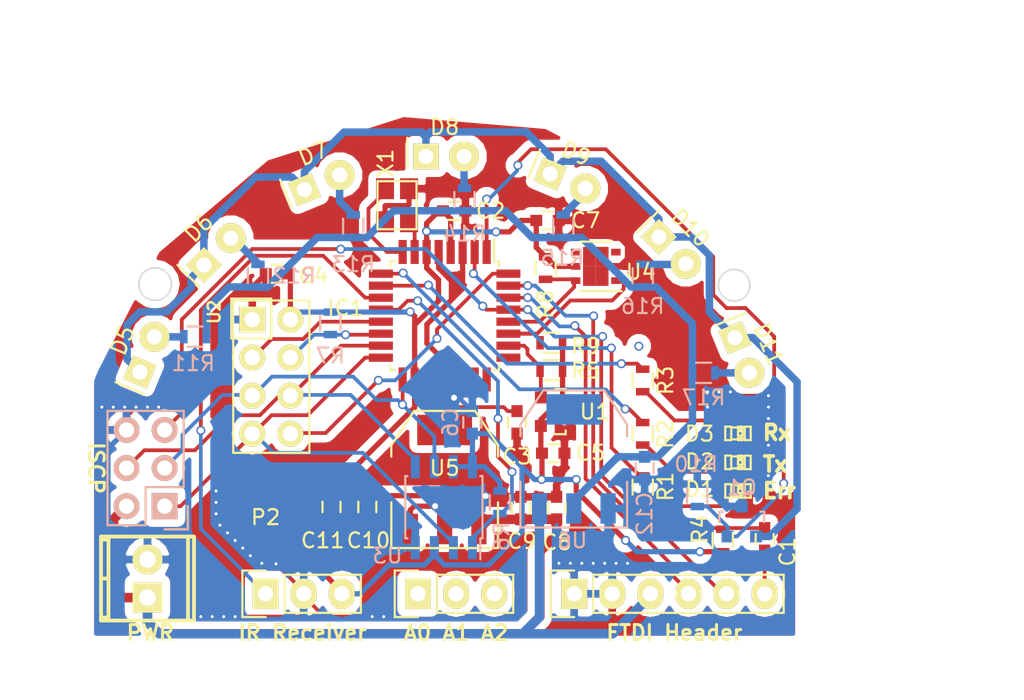
<source format=kicad_pcb>
(kicad_pcb (version 4) (host pcbnew "(2015-05-28 BZR 5690)-product")
  (layers (0 F.Cu signal) (31 B.Cu signal) (34 B.Paste user) (35 F.Paste user) (36 B.SilkS user) (37 F.SilkS user) (38 B.Mask user) (39 F.Mask user) (44 Edge.Cuts user))
  (net 0 "")
  (net 1 /DTR)
  (net 2 /RESET)
  (net 3 +3V3)
  (net 4 GND)
  (net 5 "Net-(C3-Pad1)")
  (net 6 VCC)
  (net 7 /MISO)
  (net 8 /SCK)
  (net 9 /MOSI)
  (net 10 "Net-(D2-Pad2)")
  (net 11 "Net-(D3-Pad2)")
  (net 12 "Net-(D5-Pad2)")
  (net 13 "Net-(D6-Pad2)")
  (net 14 "Net-(D7-Pad2)")
  (net 15 "Net-(D8-Pad2)")
  (net 16 "Net-(D9-Pad2)")
  (net 17 /D3)
  (net 18 /D4)
  (net 19 /D5)
  (net 20 /D6)
  (net 21 /D7)
  (net 22 /D8)
  (net 23 /D9)
  (net 24 /D10)
  (net 25 "Net-(IC1-Pad19)")
  (net 26 "Net-(IC1-Pad22)")
  (net 27 /A0)
  (net 28 /A1)
  (net 29 /A2)
  (net 30 /A3)
  (net 31 /SDA)
  (net 32 /SCL)
  (net 33 /RXD)
  (net 34 /TXD)
  (net 35 /D2)
  (net 36 "Net-(U4-Pad3)")
  (net 37 "Net-(U4-Pad4)")
  (net 38 +5V)
  (net 39 "Net-(D10-Pad1)")
  (net 40 "Net-(D10-Pad2)")
  (net 41 "Net-(D11-Pad2)")
  (net 42 /XTAL1)
  (net 43 /XTAL2)
  (net 44 "Net-(D1-Pad2)")
  (module LOGO (layer B.Cu) (at 125.603 107.696 180)
    (fp_text reference G*** hide)
    (fp_text value LOGO hide)
  )
  (module Capacitors_SMD:C_0603 (layer F.Cu) (at 155.956 107.6198 90)
    (fp_text reference C1 (at -0.8382 1.524 90) (layer F.SilkS))
    (fp_text value 0.1uF hide)
    (pad 1 smd rect (at -0.75 0 90) (size 0.8 0.75) (layers F.Cu F.Paste F.Mask) (net 1 /DTR))
    (pad 2 smd rect (at 0.75 0 90) (size 0.8 0.75) (layers F.Cu F.Paste F.Mask) (net 2 /RESET))
  )
  (module Capacitors_SMD:C_0603 (layer F.Cu) (at 135.255 85.725)
    (fp_text reference C2 (at 2.425 0) (layer F.SilkS))
    (fp_text value 0.1uF hide)
    (pad 1 smd rect (at -0.75 0) (size 0.8 0.75) (layers F.Cu F.Paste F.Mask) (net 3 +3V3))
    (pad 2 smd rect (at 0.75 0) (size 0.8 0.75) (layers F.Cu F.Paste F.Mask) (net 4 GND))
  )
  (module Capacitors_SMD:C_0603 (layer F.Cu) (at 139.446 99.822 270)
    (fp_text reference C3 (at 2.286 0 360) (layer F.SilkS))
    (fp_text value 0.1uF hide)
    (pad 1 smd rect (at -0.75 0 270) (size 0.8 0.75) (layers F.Cu F.Paste F.Mask) (net 5 "Net-(C3-Pad1)"))
    (pad 2 smd rect (at 0.75 0 270) (size 0.8 0.75) (layers F.Cu F.Paste F.Mask) (net 4 GND))
  )
  (module Capacitors_SMD:C_0603 (layer F.Cu) (at 123.444 89.916 180)
    (fp_text reference C4 (at -2.413 -0.127 180) (layer F.SilkS))
    (fp_text value 0.1uF hide)
    (pad 1 smd rect (at -0.75 0 180) (size 0.8 0.75) (layers F.Cu F.Paste F.Mask) (net 3 +3V3))
    (pad 2 smd rect (at 0.75 0 180) (size 0.8 0.75) (layers F.Cu F.Paste F.Mask) (net 4 GND))
  )
  (module Capacitors_SMD:C_0603 (layer F.Cu) (at 141.859 101.8794)
    (fp_text reference C5 (at 2.4892 -0.0254) (layer F.SilkS))
    (fp_text value 0.1uF hide)
    (pad 1 smd rect (at -0.75 0) (size 0.8 0.75) (layers F.Cu F.Paste F.Mask) (net 3 +3V3))
    (pad 2 smd rect (at 0.75 0) (size 0.8 0.75) (layers F.Cu F.Paste F.Mask) (net 4 GND))
  )
  (module Capacitors_SMD:C_0603 (layer B.Cu) (at 136.4615 99.822 90)
    (fp_text reference C6 (at 0 -1.4605 90) (layer B.SilkS) (effects (justify mirror)))
    (fp_text value 0.1uF hide)
    (pad 1 smd rect (at -0.75 0 90) (size 0.8 0.75) (layers B.Cu B.Paste B.Mask) (net 3 +3V3))
    (pad 2 smd rect (at 0.75 0 90) (size 0.8 0.75) (layers B.Cu B.Paste B.Mask) (net 4 GND))
  )
  (module Capacitors_SMD:C_0603 (layer F.Cu) (at 141.478 86.36)
    (fp_text reference C7 (at 2.54 0) (layer F.SilkS))
    (fp_text value 0.1uF hide)
    (pad 1 smd rect (at -0.75 0) (size 0.8 0.75) (layers F.Cu F.Paste F.Mask) (net 3 +3V3))
    (pad 2 smd rect (at 0.75 0) (size 0.8 0.75) (layers F.Cu F.Paste F.Mask) (net 4 GND))
  )
  (module Capacitors_SMD:C_0603 (layer F.Cu) (at 142.0876 105.537 90)
    (fp_text reference C8 (at -2.286 0.0254 180) (layer F.SilkS))
    (fp_text value 10uF hide)
    (pad 1 smd rect (at -0.75 0 90) (size 0.8 0.75) (layers F.Cu F.Paste F.Mask) (net 6 VCC))
    (pad 2 smd rect (at 0.75 0 90) (size 0.8 0.75) (layers F.Cu F.Paste F.Mask) (net 4 GND))
  )
  (module Capacitors_SMD:C_0603 (layer F.Cu) (at 139.7 105.537 90)
    (fp_text reference C9 (at -2.2098 0.0762 180) (layer F.SilkS))
    (fp_text value 0.1uF hide)
    (pad 1 smd rect (at -0.75 0 90) (size 0.8 0.75) (layers F.Cu F.Paste F.Mask) (net 6 VCC))
    (pad 2 smd rect (at 0.75 0 90) (size 0.8 0.75) (layers F.Cu F.Paste F.Mask) (net 4 GND))
  )
  (module Capacitors_SMD:C_0603 (layer F.Cu) (at 129.4638 105.4608 270)
    (fp_text reference C10 (at 2.2352 -0.0762 360) (layer F.SilkS))
    (fp_text value 10uF hide)
    (pad 1 smd rect (at -0.75 0 270) (size 0.8 0.75) (layers F.Cu F.Paste F.Mask) (net 3 +3V3))
    (pad 2 smd rect (at 0.75 0 270) (size 0.8 0.75) (layers F.Cu F.Paste F.Mask) (net 4 GND))
  )
  (module Capacitors_SMD:C_0603 (layer F.Cu) (at 127.0762 105.4608 270)
    (fp_text reference C11 (at 2.2352 0.5842 360) (layer F.SilkS))
    (fp_text value 0.1uF hide)
    (pad 1 smd rect (at -0.75 0 270) (size 0.8 0.75) (layers F.Cu F.Paste F.Mask) (net 3 +3V3))
    (pad 2 smd rect (at 0.75 0 270) (size 0.8 0.75) (layers F.Cu F.Paste F.Mask) (net 4 GND))
  )
  (module Socket_Strips:Socket_Strip_Straight_2x03 (layer B.Cu) (at 115.951 105.41 90)
    (fp_text reference CON1 hide)
    (fp_text value AVR-ISP-6 hide)
    (pad 1 thru_hole rect (at 0 0 90) (size 1.7272 1.7272) (drill 1.016) (layers *.Cu *.Mask B.SilkS) (net 7 /MISO))
    (pad 2 thru_hole oval (at 0 -2.54 90) (size 1.7272 1.7272) (drill 1.016) (layers *.Cu *.Mask B.SilkS) (net 6 VCC))
    (pad 3 thru_hole oval (at 2.54 0 90) (size 1.7272 1.7272) (drill 1.016) (layers *.Cu *.Mask B.SilkS) (net 8 /SCK))
    (pad 4 thru_hole oval (at 2.54 -2.54 90) (size 1.7272 1.7272) (drill 1.016) (layers *.Cu *.Mask B.SilkS) (net 9 /MOSI))
    (pad 5 thru_hole oval (at 5.08 0 90) (size 1.7272 1.7272) (drill 1.016) (layers *.Cu *.Mask B.SilkS) (net 2 /RESET))
    (pad 6 thru_hole oval (at 5.08 -2.54 90) (size 1.7272 1.7272) (drill 1.016) (layers *.Cu *.Mask B.SilkS) (net 4 GND))
  )
  (module LEDs:LED-0603 (layer F.Cu) (at 154.178 102.489 180)
    (fp_text reference D2 (at 2.54 0.0508 180) (layer F.SilkS))
    (fp_text value Tx)
    (pad 2 smd rect (at 0.7493 0) (size 0.79756 0.79756) (layers F.Cu F.Paste F.Mask) (net 10 "Net-(D2-Pad2)"))
    (pad 1 smd rect (at -0.7493 0) (size 0.79756 0.79756) (layers F.Cu F.Paste F.Mask) (net 4 GND))
  )
  (module LEDs:LED-0603 (layer F.Cu) (at 154.178 100.5586 180)
    (fp_text reference D3 (at 2.5654 -0.0254 180) (layer F.SilkS))
    (fp_text value Rx)
    (pad 2 smd rect (at 0.7493 0) (size 0.79756 0.79756) (layers F.Cu F.Paste F.Mask) (net 11 "Net-(D3-Pad2)"))
    (pad 1 smd rect (at -0.7493 0) (size 0.79756 0.79756) (layers F.Cu F.Paste F.Mask) (net 4 GND))
  )
  (module Housings_QFP:TQFP-32_7x7mm_Pitch0.8mm (layer F.Cu) (at 134.62 92.71 270)
    (fp_text reference IC1 (at -0.508 6.604 360) (layer F.SilkS))
    (fp_text value ATMEGA328P-A hide)
    (pad 1 smd rect (at -4.25 -2.8 270) (size 1.6 0.55) (layers F.Cu F.Paste F.Mask) (net 17 /D3))
    (pad 2 smd rect (at -4.25 -2 270) (size 1.6 0.55) (layers F.Cu F.Paste F.Mask) (net 18 /D4))
    (pad 3 smd rect (at -4.25 -1.2 270) (size 1.6 0.55) (layers F.Cu F.Paste F.Mask) (net 4 GND))
    (pad 4 smd rect (at -4.25 -0.4 270) (size 1.6 0.55) (layers F.Cu F.Paste F.Mask) (net 3 +3V3))
    (pad 5 smd rect (at -4.25 0.4 270) (size 1.6 0.55) (layers F.Cu F.Paste F.Mask) (net 4 GND))
    (pad 6 smd rect (at -4.25 1.2 270) (size 1.6 0.55) (layers F.Cu F.Paste F.Mask) (net 3 +3V3))
    (pad 7 smd rect (at -4.25 2 270) (size 1.6 0.55) (layers F.Cu F.Paste F.Mask) (net 42 /XTAL1))
    (pad 8 smd rect (at -4.25 2.8 270) (size 1.6 0.55) (layers F.Cu F.Paste F.Mask) (net 43 /XTAL2))
    (pad 9 smd rect (at -2.8 4.25) (size 1.6 0.55) (layers F.Cu F.Paste F.Mask) (net 19 /D5))
    (pad 10 smd rect (at -2 4.25) (size 1.6 0.55) (layers F.Cu F.Paste F.Mask) (net 20 /D6))
    (pad 11 smd rect (at -1.2 4.25) (size 1.6 0.55) (layers F.Cu F.Paste F.Mask) (net 21 /D7))
    (pad 12 smd rect (at -0.4 4.25) (size 1.6 0.55) (layers F.Cu F.Paste F.Mask) (net 22 /D8))
    (pad 13 smd rect (at 0.4 4.25) (size 1.6 0.55) (layers F.Cu F.Paste F.Mask) (net 23 /D9))
    (pad 14 smd rect (at 1.2 4.25) (size 1.6 0.55) (layers F.Cu F.Paste F.Mask) (net 24 /D10))
    (pad 15 smd rect (at 2 4.25) (size 1.6 0.55) (layers F.Cu F.Paste F.Mask) (net 9 /MOSI))
    (pad 16 smd rect (at 2.8 4.25) (size 1.6 0.55) (layers F.Cu F.Paste F.Mask) (net 7 /MISO))
    (pad 17 smd rect (at 4.25 2.8 270) (size 1.6 0.55) (layers F.Cu F.Paste F.Mask) (net 8 /SCK))
    (pad 18 smd rect (at 4.25 2 270) (size 1.6 0.55) (layers F.Cu F.Paste F.Mask) (net 3 +3V3))
    (pad 19 smd rect (at 4.25 1.2 270) (size 1.6 0.55) (layers F.Cu F.Paste F.Mask) (net 25 "Net-(IC1-Pad19)"))
    (pad 20 smd rect (at 4.25 0.4 270) (size 1.6 0.55) (layers F.Cu F.Paste F.Mask) (net 5 "Net-(C3-Pad1)"))
    (pad 21 smd rect (at 4.25 -0.4 270) (size 1.6 0.55) (layers F.Cu F.Paste F.Mask) (net 4 GND))
    (pad 22 smd rect (at 4.25 -1.2 270) (size 1.6 0.55) (layers F.Cu F.Paste F.Mask) (net 26 "Net-(IC1-Pad22)"))
    (pad 23 smd rect (at 4.25 -2 270) (size 1.6 0.55) (layers F.Cu F.Paste F.Mask) (net 27 /A0))
    (pad 24 smd rect (at 4.25 -2.8 270) (size 1.6 0.55) (layers F.Cu F.Paste F.Mask) (net 28 /A1))
    (pad 25 smd rect (at 2.8 -4.25) (size 1.6 0.55) (layers F.Cu F.Paste F.Mask) (net 29 /A2))
    (pad 26 smd rect (at 2 -4.25) (size 1.6 0.55) (layers F.Cu F.Paste F.Mask) (net 30 /A3))
    (pad 27 smd rect (at 1.2 -4.25) (size 1.6 0.55) (layers F.Cu F.Paste F.Mask) (net 31 /SDA))
    (pad 28 smd rect (at 0.4 -4.25) (size 1.6 0.55) (layers F.Cu F.Paste F.Mask) (net 32 /SCL))
    (pad 29 smd rect (at -0.4 -4.25) (size 1.6 0.55) (layers F.Cu F.Paste F.Mask) (net 2 /RESET))
    (pad 30 smd rect (at -1.2 -4.25) (size 1.6 0.55) (layers F.Cu F.Paste F.Mask) (net 33 /RXD))
    (pad 31 smd rect (at -2 -4.25) (size 1.6 0.55) (layers F.Cu F.Paste F.Mask) (net 34 /TXD))
    (pad 32 smd rect (at -2.8 -4.25) (size 1.6 0.55) (layers F.Cu F.Paste F.Mask) (net 35 /D2))
  )
  (module Pin_Headers:Pin_Header_Straight_1x06 (layer F.Cu) (at 143.256 111.252 90)
    (fp_text reference P1 hide)
    (fp_text value "FTDI Header")
    (pad 1 thru_hole rect (at 0 0 90) (size 2.032 1.7272) (drill 1.016) (layers *.Cu *.Mask F.SilkS) (net 4 GND))
    (pad 2 thru_hole oval (at 0 2.54 90) (size 2.032 1.7272) (drill 1.016) (layers *.Cu *.Mask F.SilkS) (net 4 GND))
    (pad 3 thru_hole oval (at 0 5.08 90) (size 2.032 1.7272) (drill 1.016) (layers *.Cu *.Mask F.SilkS) (net 6 VCC))
    (pad 4 thru_hole oval (at 0 7.62 90) (size 2.032 1.7272) (drill 1.016) (layers *.Cu *.Mask F.SilkS) (net 33 /RXD))
    (pad 5 thru_hole oval (at 0 10.16 90) (size 2.032 1.7272) (drill 1.016) (layers *.Cu *.Mask F.SilkS) (net 34 /TXD))
    (pad 6 thru_hole oval (at 0 12.7 90) (size 2.032 1.7272) (drill 1.016) (layers *.Cu *.Mask F.SilkS) (net 1 /DTR))
  )
  (module Housings_SOT-23_SOT-143_TSOT-6:SOT-23 (layer B.Cu) (at 154.432 106.426 180)
    (fp_text reference Q1 (at 0 2.25 180) (layer B.SilkS) (effects (justify mirror)))
    (fp_text value FDV303N hide)
    (pad 1 smd rect (at -0.95 -1.00076 180) (size 0.8001 0.8001) (layers B.Cu B.Paste B.Mask) (net 39 "Net-(D10-Pad1)"))
    (pad 2 smd rect (at 0.95 -1.00076 180) (size 0.8001 0.8001) (layers B.Cu B.Paste B.Mask) (net 17 /D3))
    (pad 3 smd rect (at 0 0.99822 180) (size 0.8001 0.8001) (layers B.Cu B.Paste B.Mask) (net 4 GND))
  )
  (module Resistors_SMD:R_0603 (layer F.Cu) (at 147.828 104.14 90)
    (fp_text reference R1 (at 0.0254 1.524 90) (layer F.SilkS))
    (fp_text value R hide)
    (pad 1 smd rect (at -0.75 0 90) (size 0.5 0.9) (layers F.Cu F.Paste F.Mask) (net 44 "Net-(D1-Pad2)"))
    (pad 2 smd rect (at 0.75 0 90) (size 0.5 0.9) (layers F.Cu F.Paste F.Mask) (net 18 /D4))
  )
  (module Resistors_SMD:R_0603 (layer F.Cu) (at 147.828 100.584 90)
    (fp_text reference R2 (at -0.0254 1.524 90) (layer F.SilkS))
    (fp_text value R hide)
    (pad 1 smd rect (at -0.75 0 90) (size 0.5 0.9) (layers F.Cu F.Paste F.Mask) (net 10 "Net-(D2-Pad2)"))
    (pad 2 smd rect (at 0.75 0 90) (size 0.5 0.9) (layers F.Cu F.Paste F.Mask) (net 19 /D5))
  )
  (module Resistors_SMD:R_0603 (layer F.Cu) (at 147.828 97.028 90)
    (fp_text reference R3 (at 0 1.524 90) (layer F.SilkS))
    (fp_text value R hide)
    (pad 1 smd rect (at -0.75 0 90) (size 0.5 0.9) (layers F.Cu F.Paste F.Mask) (net 11 "Net-(D3-Pad2)"))
    (pad 2 smd rect (at 0.75 0 90) (size 0.5 0.9) (layers F.Cu F.Paste F.Mask) (net 20 /D6))
  )
  (module Resistors_SMD:R_0603 (layer F.Cu) (at 153.162 107.696 90)
    (fp_text reference R4 (at 0.762 -1.524 90) (layer F.SilkS))
    (fp_text value 10K hide)
    (pad 1 smd rect (at -0.75 0 90) (size 0.5 0.9) (layers F.Cu F.Paste F.Mask) (net 3 +3V3))
    (pad 2 smd rect (at 0.75 0 90) (size 0.5 0.9) (layers F.Cu F.Paste F.Mask) (net 2 /RESET))
  )
  (module Resistors_SMD:R_0603 (layer F.Cu) (at 141.732 96.3422 180)
    (fp_text reference R5 (at -2.286 -0.0381 180) (layer F.SilkS))
    (fp_text value 10k hide)
    (pad 1 smd rect (at -0.75 0 180) (size 0.5 0.9) (layers F.Cu F.Paste F.Mask) (net 3 +3V3))
    (pad 2 smd rect (at 0.75 0 180) (size 0.5 0.9) (layers F.Cu F.Paste F.Mask) (net 30 /A3))
  )
  (module Resistors_SMD:R_0603 (layer B.Cu) (at 138.303 105.156 270)
    (fp_text reference R6 (at 2.286 -0.127 270) (layer B.SilkS) (effects (justify mirror)))
    (fp_text value 10k hide)
    (pad 1 smd rect (at -0.75 0 270) (size 0.5 0.9) (layers B.Cu B.Paste B.Mask) (net 3 +3V3))
    (pad 2 smd rect (at 0.75 0 270) (size 0.5 0.9) (layers B.Cu B.Paste B.Mask) (net 22 /D8))
  )
  (module Resistors_SMD:R_0603 (layer B.Cu) (at 127 93.218 90)
    (fp_text reference R7 (at -2.159 0 180) (layer B.SilkS) (effects (justify mirror)))
    (fp_text value 10k hide)
    (pad 1 smd rect (at -0.75 0 90) (size 0.5 0.9) (layers B.Cu B.Paste B.Mask) (net 24 /D10))
    (pad 2 smd rect (at 0.75 0 90) (size 0.5 0.9) (layers B.Cu B.Paste B.Mask) (net 3 +3V3))
  )
  (module Resistors_SMD:R_0603 (layer F.Cu) (at 141.351 89.535 90)
    (fp_text reference R8 (at -2.413 0 90) (layer F.SilkS))
    (fp_text value 10k hide)
    (pad 1 smd rect (at -0.75 0 90) (size 0.5 0.9) (layers F.Cu F.Paste F.Mask) (net 32 /SCL))
    (pad 2 smd rect (at 0.75 0 90) (size 0.5 0.9) (layers F.Cu F.Paste F.Mask) (net 3 +3V3))
  )
  (module Resistors_SMD:R_0603 (layer F.Cu) (at 141.732 94.5134 180)
    (fp_text reference R9 (at -2.286 -0.2286 180) (layer F.SilkS))
    (fp_text value 10k hide)
    (pad 1 smd rect (at -0.75 0 180) (size 0.5 0.9) (layers F.Cu F.Paste F.Mask) (net 3 +3V3))
    (pad 2 smd rect (at 0.75 0 180) (size 0.5 0.9) (layers F.Cu F.Paste F.Mask) (net 31 /SDA))
  )
  (module Resistors_SMD:R_0603 (layer B.Cu) (at 151.4602 104.6854 270)
    (fp_text reference R10 (at -2.0694 0.0762 360) (layer B.SilkS) (effects (justify mirror)))
    (fp_text value 10k hide)
    (pad 1 smd rect (at -0.75 0 270) (size 0.5 0.9) (layers B.Cu B.Paste B.Mask) (net 4 GND))
    (pad 2 smd rect (at 0.75 0 270) (size 0.5 0.9) (layers B.Cu B.Paste B.Mask) (net 17 /D3))
  )
  (module Resistors_SMD:R_0603 (layer B.Cu) (at 117.983 94.107 180)
    (fp_text reference R11 (at 0.127 -1.778 360) (layer B.SilkS) (effects (justify mirror)))
    (fp_text value R hide)
    (pad 1 smd rect (at -0.75 0 180) (size 0.5 0.9) (layers B.Cu B.Paste B.Mask) (net 38 +5V))
    (pad 2 smd rect (at 0.75 0 180) (size 0.5 0.9) (layers B.Cu B.Paste B.Mask) (net 12 "Net-(D5-Pad2)"))
  )
  (module Resistors_SMD:R_0603 (layer B.Cu) (at 122.174 90.043 90)
    (fp_text reference R12 (at 0 2.413 180) (layer B.SilkS) (effects (justify mirror)))
    (fp_text value R hide)
    (pad 1 smd rect (at -0.75 0 90) (size 0.5 0.9) (layers B.Cu B.Paste B.Mask) (net 38 +5V))
    (pad 2 smd rect (at 0.75 0 90) (size 0.5 0.9) (layers B.Cu B.Paste B.Mask) (net 13 "Net-(D6-Pad2)"))
  )
  (module Resistors_SMD:R_0603 (layer B.Cu) (at 128.524 86.741 90)
    (fp_text reference R13 (at -2.54 0 180) (layer B.SilkS) (effects (justify mirror)))
    (fp_text value R hide)
    (pad 1 smd rect (at -0.75 0 90) (size 0.5 0.9) (layers B.Cu B.Paste B.Mask) (net 38 +5V))
    (pad 2 smd rect (at 0.75 0 90) (size 0.5 0.9) (layers B.Cu B.Paste B.Mask) (net 14 "Net-(D7-Pad2)"))
  )
  (module Resistors_SMD:R_0603 (layer B.Cu) (at 135.9408 84.963 90)
    (fp_text reference R14 (at -2.286 0 180) (layer B.SilkS) (effects (justify mirror)))
    (fp_text value R hide)
    (pad 1 smd rect (at -0.75 0 90) (size 0.5 0.9) (layers B.Cu B.Paste B.Mask) (net 38 +5V))
    (pad 2 smd rect (at 0.75 0 90) (size 0.5 0.9) (layers B.Cu B.Paste B.Mask) (net 15 "Net-(D8-Pad2)"))
  )
  (module Resistors_SMD:R_0603 (layer B.Cu) (at 142.527013 86.741 90)
    (fp_text reference R15 (at -2.123425 -0.063443 180) (layer B.SilkS) (effects (justify mirror)))
    (fp_text value R hide)
    (pad 1 smd rect (at -0.75 0 90) (size 0.5 0.9) (layers B.Cu B.Paste B.Mask) (net 38 +5V))
    (pad 2 smd rect (at 0.75 0 90) (size 0.5 0.9) (layers B.Cu B.Paste B.Mask) (net 16 "Net-(D9-Pad2)"))
  )
  (module Housings_SOT-23_SOT-143_TSOT-6:SOT-23 (layer F.Cu) (at 142.0368 99.1108 270)
    (fp_text reference U1 (at 0 -2.5908 360) (layer F.SilkS))
    (fp_text value ATSHA204A hide)
    (pad 1 smd rect (at -0.95 1.00076 270) (size 0.8001 0.8001) (layers F.Cu F.Paste F.Mask) (net 30 /A3))
    (pad 2 smd rect (at 0.95 1.00076 270) (size 0.8001 0.8001) (layers F.Cu F.Paste F.Mask) (net 3 +3V3))
    (pad 3 smd rect (at 0 -0.99822 270) (size 0.8001 0.8001) (layers F.Cu F.Paste F.Mask) (net 4 GND))
  )
  (module Housings_SOIC:SOIC-8_3.9x4.9mm_Pitch1.27mm (layer B.Cu) (at 134.5692 105.4786 90)
    (fp_text reference U3 (at -3.2334 -3.7592 180) (layer B.SilkS) (effects (justify mirror)))
    (fp_text value AT25DF512C hide)
    (pad 1 smd rect (at -2.7 1.905 90) (size 1.55 0.6) (layers B.Cu B.Paste B.Mask) (net 22 /D8))
    (pad 2 smd rect (at -2.7 0.635 90) (size 1.55 0.6) (layers B.Cu B.Paste B.Mask) (net 7 /MISO))
    (pad 3 smd rect (at -2.7 -0.635 90) (size 1.55 0.6) (layers B.Cu B.Paste B.Mask) (net 3 +3V3))
    (pad 4 smd rect (at -2.7 -1.905 90) (size 1.55 0.6) (layers B.Cu B.Paste B.Mask) (net 4 GND))
    (pad 5 smd rect (at 2.7 -1.905 90) (size 1.55 0.6) (layers B.Cu B.Paste B.Mask) (net 9 /MOSI))
    (pad 6 smd rect (at 2.7 -0.635 90) (size 1.55 0.6) (layers B.Cu B.Paste B.Mask) (net 8 /SCK))
    (pad 7 smd rect (at 2.7 0.635 90) (size 1.55 0.6) (layers B.Cu B.Paste B.Mask) (net 3 +3V3))
    (pad 8 smd rect (at 2.7 1.905 90) (size 1.55 0.6) (layers B.Cu B.Paste B.Mask) (net 3 +3V3))
  )
  (module Housings_DFN_QFN:DFN-6-1EP_3x3mm_Pitch0.95mm (layer F.Cu) (at 144.697 89.423 180)
    (fp_text reference U4 (at -3.004 -0.366 180) (layer F.SilkS))
    (fp_text value Si7021 hide)
    (pad 1 smd rect (at -1.34 -0.95 180) (size 0.63 0.45) (layers F.Cu F.Paste F.Mask) (net 31 /SDA))
    (pad 2 smd rect (at -1.34 0 180) (size 0.63 0.45) (layers F.Cu F.Paste F.Mask) (net 4 GND))
    (pad 3 smd rect (at -1.34 0.95 180) (size 0.63 0.45) (layers F.Cu F.Paste F.Mask) (net 36 "Net-(U4-Pad3)"))
    (pad 4 smd rect (at 1.34 0.95 180) (size 0.63 0.45) (layers F.Cu F.Paste F.Mask) (net 37 "Net-(U4-Pad4)"))
    (pad 5 smd rect (at 1.34 0 180) (size 0.63 0.45) (layers F.Cu F.Paste F.Mask) (net 3 +3V3))
    (pad 6 smd rect (at 1.34 -0.95 180) (size 0.63 0.45) (layers F.Cu F.Paste F.Mask) (net 32 /SCL))
    (pad 7 smd rect (at 0.425 0.65 180) (size 0.85 1.3) (layers F.Cu F.Paste F.Mask))
    (pad 7 smd rect (at 0.425 -0.65 180) (size 0.85 1.3) (layers F.Cu F.Paste F.Mask))
    (pad 7 smd rect (at -0.425 0.65 180) (size 0.85 1.3) (layers F.Cu F.Paste F.Mask))
    (pad 7 smd rect (at -0.425 -0.65 180) (size 0.85 1.3) (layers F.Cu F.Paste F.Mask))
  )
  (module SMD_Packages:SOT-223 (layer F.Cu) (at 134.62 103.632)
    (fp_text reference U5 (at 0 -0.762) (layer F.SilkS))
    (fp_text value AMS1117-3.3 hide)
    (pad 4 smd rect (at 0 -3.302) (size 3.6576 2.032) (layers F.Cu F.Paste F.Mask))
    (pad 2 smd rect (at 0 3.302) (size 1.016 2.032) (layers F.Cu F.Paste F.Mask) (net 3 +3V3))
    (pad 3 smd rect (at 2.286 3.302) (size 1.016 2.032) (layers F.Cu F.Paste F.Mask) (net 6 VCC))
    (pad 1 smd rect (at -2.286 3.302) (size 1.016 2.032) (layers F.Cu F.Paste F.Mask) (net 4 GND))
  )
  (module Pin_Headers:Pin_Header_Straight_1x03 (layer F.Cu) (at 132.842 111.252 90)
    (fp_text reference P3 hide)
    (fp_text value "Analog IN")
    (pad 1 thru_hole rect (at 0 0 90) (size 2.032 1.7272) (drill 1.016) (layers *.Cu *.Mask F.SilkS) (net 27 /A0))
    (pad 2 thru_hole oval (at 0 2.54 90) (size 2.032 1.7272) (drill 1.016) (layers *.Cu *.Mask F.SilkS) (net 28 /A1))
    (pad 3 thru_hole oval (at 0 5.08 90) (size 2.032 1.7272) (drill 1.016) (layers *.Cu *.Mask F.SilkS) (net 29 /A2))
  )
  (module Resistors_SMD:R_0603 (layer B.Cu) (at 147.828 90.043 90)
    (fp_text reference R16 (at -2.032 0 180) (layer B.SilkS) (effects (justify mirror)))
    (fp_text value R hide)
    (pad 1 smd rect (at -0.75 0 90) (size 0.5 0.9) (layers B.Cu B.Paste B.Mask) (net 38 +5V))
    (pad 2 smd rect (at 0.75 0 90) (size 0.5 0.9) (layers B.Cu B.Paste B.Mask) (net 40 "Net-(D10-Pad2)"))
  )
  (module Resistors_SMD:R_0603 (layer B.Cu) (at 151.892 96.52)
    (fp_text reference R17 (at 0 1.651 180) (layer B.SilkS) (effects (justify mirror)))
    (fp_text value R hide)
    (pad 1 smd rect (at -0.75 0) (size 0.5 0.9) (layers B.Cu B.Paste B.Mask) (net 38 +5V))
    (pad 2 smd rect (at 0.75 0) (size 0.5 0.9) (layers B.Cu B.Paste B.Mask) (net 41 "Net-(D11-Pad2)"))
  )
  (module SMD_Packages:SOT-223 (layer B.Cu) (at 143.2306 102.2604 180)
    (fp_text reference U6 (at 0.1016 -5.4356 180) (layer B.SilkS) (effects (justify mirror)))
    (fp_text value AMS1117-5.0 hide)
    (pad 4 smd rect (at 0 3.302 180) (size 3.6576 2.032) (layers B.Cu B.Paste B.Mask))
    (pad 2 smd rect (at 0 -3.302 180) (size 1.016 2.032) (layers B.Cu B.Paste B.Mask) (net 38 +5V))
    (pad 3 smd rect (at 2.286 -3.302 180) (size 1.016 2.032) (layers B.Cu B.Paste B.Mask) (net 6 VCC))
    (pad 1 smd rect (at -2.286 -3.302 180) (size 1.016 2.032) (layers B.Cu B.Paste B.Mask) (net 4 GND))
  )
  (module Crystals_Oscillators_SMD:crystal_FA238-TSX3225 (layer F.Cu) (at 131.445 85.344 90)
    (fp_text reference X1 (at 2.794 -0.762 90) (layer F.SilkS))
    (fp_text value CRYSTAL hide)
    (pad 1 smd rect (at -1.1 0.8 90) (size 1.4 1.2) (layers F.Cu F.Paste F.Mask) (net 42 /XTAL1))
    (pad 3 smd rect (at 1.1 0.8 90) (size 1.4 1.2) (layers F.Cu F.Paste F.Mask) (net 4 GND))
    (pad 3 smd rect (at -1.1 -0.8 90) (size 1.4 1.2) (layers F.Cu F.Paste F.Mask) (net 4 GND))
    (pad 2 smd rect (at 1.1 -0.8 90) (size 1.4 1.2) (layers F.Cu F.Paste F.Mask) (net 43 /XTAL2))
  )
  (module LEDs:LED-0603 (layer F.Cu) (at 154.178 104.394 180)
    (fp_text reference D1 (at 2.54 0.127 180) (layer F.SilkS))
    (fp_text value Err)
    (pad 2 smd rect (at 0.7493 0) (size 0.79756 0.79756) (layers F.Cu F.Paste F.Mask) (net 44 "Net-(D1-Pad2)"))
    (pad 1 smd rect (at -0.7493 0) (size 0.79756 0.79756) (layers F.Cu F.Paste F.Mask) (net 4 GND))
  )
  (module Capacitors_SMD:C_0603 (layer B.Cu) (at 147.955 102.87 270)
    (fp_text reference C12 (at 3.048 0 270) (layer B.SilkS) (effects (justify mirror)))
    (fp_text value 22uF hide)
    (pad 1 smd rect (at -0.75 0 270) (size 0.8 0.75) (layers B.Cu B.Paste B.Mask) (net 38 +5V))
    (pad 2 smd rect (at 0.75 0 270) (size 0.8 0.75) (layers B.Cu B.Paste B.Mask) (net 4 GND))
  )
  (module Socket_Strips:Socket_Strip_Straight_1x03 (layer F.Cu) (at 122.682 111.252)
    (fp_text reference P2 (at 0 -5.1) (layer F.SilkS))
    (fp_text value "IR Receiver")
    (pad 1 thru_hole rect (at 0 0) (size 1.7272 2.032) (drill 1.016) (layers *.Cu *.Mask F.SilkS) (net 21 /D7))
    (pad 2 thru_hole oval (at 2.54 0) (size 1.7272 2.032) (drill 1.016) (layers *.Cu *.Mask F.SilkS) (net 4 GND))
    (pad 3 thru_hole oval (at 5.08 0) (size 1.7272 2.032) (drill 1.016) (layers *.Cu *.Mask F.SilkS) (net 3 +3V3))
  )
  (module mysensors_leds:LED-5MM-Horizontal (layer F.Cu) (at 125.2728 84.3026 22.5)
    (fp_text reference D7 (at 1.453425 -1.982291 22.5) (layer F.SilkS))
    (fp_text value "IR LED" hide)
    (pad 1 thru_hole rect (at -0.00134 0 112.5) (size 1.69926 1.69926) (drill 1.00076) (layers *.Cu *.Mask F.SilkS) (net 39 "Net-(D10-Pad1)"))
    (pad 2 thru_hole circle (at 2.53866 0 22.5) (size 1.99898 1.99898) (drill 1.00076) (layers *.Cu *.Mask F.SilkS) (net 14 "Net-(D7-Pad2)"))
  )
  (module mysensors_leds:LED-5MM-Horizontal (layer F.Cu) (at 133.3754 82.0928)
    (fp_text reference D8 (at 1.2446 -1.9558) (layer F.SilkS))
    (fp_text value "IR LED" hide)
    (pad 1 thru_hole rect (at -0.00134 0 90) (size 1.69926 1.69926) (drill 1.00076) (layers *.Cu *.Mask F.SilkS) (net 39 "Net-(D10-Pad1)"))
    (pad 2 thru_hole circle (at 2.53866 0) (size 1.99898 1.99898) (drill 1.00076) (layers *.Cu *.Mask F.SilkS) (net 15 "Net-(D8-Pad2)"))
  )
  (module mysensors_leds:LED-5MM-Horizontal (layer F.Cu) (at 141.6558 83.2612 337.5)
    (fp_text reference D9 (at 1.080556 -1.904697 337.5) (layer F.SilkS))
    (fp_text value "IR LED" hide)
    (pad 1 thru_hole rect (at -0.00134 0 67.5) (size 1.69926 1.69926) (drill 1.00076) (layers *.Cu *.Mask F.SilkS) (net 39 "Net-(D10-Pad1)"))
    (pad 2 thru_hole circle (at 2.53866 0 337.5) (size 1.99898 1.99898) (drill 1.00076) (layers *.Cu *.Mask F.SilkS) (net 16 "Net-(D9-Pad2)"))
  )
  (module mysensors_leds:LED-5MM-Horizontal (layer F.Cu) (at 148.903096 87.460496 315)
    (fp_text reference D10 (at 1.065898 -1.903814 315) (layer F.SilkS))
    (fp_text value "IR LED" hide)
    (pad 1 thru_hole rect (at -0.00134 0 45) (size 1.69926 1.69926) (drill 1.00076) (layers *.Cu *.Mask F.SilkS) (net 39 "Net-(D10-Pad1)"))
    (pad 2 thru_hole circle (at 2.53866 0 315) (size 1.99898 1.99898) (drill 1.00076) (layers *.Cu *.Mask F.SilkS) (net 40 "Net-(D10-Pad2)"))
  )
  (module mysensors_leds:LED-5MM-Horizontal (layer F.Cu) (at 153.968497 94.174584 292.5)
    (fp_text reference D11 (at 1.264677 -1.902339 292.5) (layer F.SilkS))
    (fp_text value "IR LED" hide)
    (pad 1 thru_hole rect (at -0.00134 0 22.5) (size 1.69926 1.69926) (drill 1.00076) (layers *.Cu *.Mask F.SilkS) (net 39 "Net-(D10-Pad1)"))
    (pad 2 thru_hole circle (at 2.53866 0 292.5) (size 1.99898 1.99898) (drill 1.00076) (layers *.Cu *.Mask F.SilkS) (net 41 "Net-(D11-Pad2)"))
  )
  (module mysensors_leds:LED-5MM-Horizontal (layer F.Cu) (at 118.5672 89.3318 45)
    (fp_text reference D6 (at 1.508683 -1.975656 45) (layer F.SilkS))
    (fp_text value "IR LED" hide)
    (pad 1 thru_hole rect (at -0.00134 0 135) (size 1.69926 1.69926) (drill 1.00076) (layers *.Cu *.Mask F.SilkS) (net 39 "Net-(D10-Pad1)"))
    (pad 2 thru_hole circle (at 2.53866 0 45) (size 1.99898 1.99898) (drill 1.00076) (layers *.Cu *.Mask F.SilkS) (net 13 "Net-(D6-Pad2)"))
  )
  (module mysensors_leds:LED-5MM-Horizontal (layer F.Cu) (at 114.3 96.4692 67.5)
    (fp_text reference D5 (at 1.510316 -1.862768 67.5) (layer F.SilkS))
    (fp_text value "IR LED" hide)
    (pad 1 thru_hole rect (at -0.00134 0 157.5) (size 1.69926 1.69926) (drill 1.00076) (layers *.Cu *.Mask F.SilkS) (net 39 "Net-(D10-Pad1)"))
    (pad 2 thru_hole circle (at 2.53866 0 67.5) (size 1.99898 1.99898) (drill 1.00076) (layers *.Cu *.Mask F.SilkS) (net 12 "Net-(D5-Pad2)"))
  )
  (module mysensors_connectors:TerminalBlock2.54mmx2-kcswalter (layer F.Cu) (at 114.808 110.236 270)
    (fp_text reference P4 hide)
    (fp_text value PWR hide)
    (pad 2 thru_hole oval (at -1.27 0 270) (size 1.99898 1.99898) (drill 1.09728) (layers *.Cu *.Mask F.SilkS) (net 4 GND))
    (pad 1 thru_hole rect (at 1.27 0 270) (size 1.99898 1.99898) (drill 1.09728) (layers *.Cu *.Mask F.SilkS) (net 6 VCC))
  )
  (module mysensors_radios:NRF24L01 (layer F.Cu) (at 120.269 91.44 90)
    (fp_text reference U2 (at -1.016 -1.016 90) (layer F.SilkS) (effects (font (size 0.8 0.8) (thickness 0.16))))
    (fp_text value NRF24L01 hide)
    (pad 7 thru_hole oval (at -9.144 1.524 90) (size 1.7272 1.7272) (drill 1.016) (layers *.Cu *.Mask F.SilkS) (net 7 /MISO))
    (pad 8 thru_hole oval (at -9.144 4.064 90) (size 1.7272 1.7272) (drill 1.016) (layers *.Cu *.Mask F.SilkS) (net 35 /D2))
    (pad 5 thru_hole oval (at -6.604 1.524 90) (size 1.7272 1.7272) (drill 1.016) (layers *.Cu *.Mask F.SilkS) (net 8 /SCK))
    (pad 6 thru_hole oval (at -6.604 4.064 90) (size 1.7272 1.7272) (drill 1.016) (layers *.Cu *.Mask F.SilkS) (net 9 /MOSI))
    (pad 3 thru_hole oval (at -4.064 1.524 90) (size 1.7272 1.7272) (drill 1.016) (layers *.Cu *.Mask F.SilkS) (net 23 /D9))
    (pad 4 thru_hole oval (at -4.064 4.064 90) (size 1.7272 1.7272) (drill 1.016) (layers *.Cu *.Mask F.SilkS) (net 24 /D10))
    (pad 1 thru_hole rect (at -1.524 1.524 90) (size 1.7272 1.7272) (drill 1.016) (layers *.Cu *.Mask F.SilkS) (net 4 GND))
    (pad 2 thru_hole oval (at -1.524 4.064 90) (size 1.7272 1.7272) (drill 1.016) (layers *.Cu *.Mask F.SilkS) (net 3 +3V3))
  )
  (gr_text "A0 A1 A2" (at 135.382 113.85) (layer F.SilkS) (effects (font (size 1 1) (thickness 0.2))))
  (gr_line (start 117.475 106.934) (end 117.475 105.41) (layer F.SilkS) (width 0.1))
  (gr_line (start 115.951 106.934) (end 117.475 106.934) (layer F.SilkS) (width 0.1))
  (gr_line (start 117.221 104.14) (end 117.221 99.06) (layer F.SilkS) (width 0.1))
  (gr_line (start 114.681 104.14) (end 117.221 104.14) (layer F.SilkS) (width 0.1))
  (gr_line (start 114.681 106.68) (end 114.681 104.14) (layer F.SilkS) (width 0.1))
  (gr_line (start 112.141 106.68) (end 114.681 106.68) (layer F.SilkS) (width 0.1))
  (gr_line (start 112.141 99.06) (end 112.141 106.68) (layer F.SilkS) (width 0.1))
  (gr_line (start 117.221 99.06) (end 112.141 99.06) (layer F.SilkS) (width 0.1))
  (gr_text ISCP (at 111.379 102.87 270) (layer F.SilkS) (effects (font (size 1 1) (thickness 0.2))))
  (gr_text Err (at 155.702 104.394) (layer F.SilkS) (effects (font (size 1 1) (thickness 0.25)) (justify left)))
  (gr_text Tx (at 155.702 102.616) (layer F.SilkS) (effects (font (size 1 1) (thickness 0.25)) (justify left)))
  (gr_text Rx (at 155.702 100.5078) (layer F.SilkS) (effects (font (size 1 1) (thickness 0.25)) (justify left)))
  (gr_text "FTDI Header" (at 149.9362 113.85) (layer F.SilkS) (effects (font (size 1 1) (thickness 0.2))))
  (gr_text "IR Receiver" (at 125.1458 113.85) (layer F.SilkS) (effects (font (size 1 1) (thickness 0.2))))
  (gr_text PWR (at 115 113.85) (layer F.SilkS) (effects (font (size 1 1) (thickness 0.2))))
  (gr_circle (center 153.924 90.678) (end 153.88 91.728) (layer Edge.Cuts) (width 0.1))
  (gr_circle (center 115.316 90.606271) (end 115.6 91.656271) (layer Edge.Cuts) (width 0.1))
  (gr_arc (start 134.62 103.64) (end 110.744 96.77) (angle 148.2) (layer Edge.Cuts) (width 0.001))
  (gr_line (start 110.744 114.554) (end 110.744 96.774) (angle 90) (layer Edge.Cuts) (width 0.001))
  (gr_line (start 158.5468 114.554) (end 110.744 114.554) (angle 90) (layer Edge.Cuts) (width 0.001))
  (gr_line (start 158.53156 96.89846) (end 158.5468 114.554) (angle 90) (layer Edge.Cuts) (width 0.001))
  (via (at 147.565718 94.742) (size 0.6) (drill 0.4) (layers F.Cu B.Cu) (net 0))
  (segment (start 155.956 111.252) (end 155.956 108.3698) (width 0.25) (layer F.Cu) (net 1))
  (segment (start 117.094 92.964) (end 117.094 99.187) (width 0.25) (layer F.Cu) (net 2))
  (segment (start 117.094 99.187) (end 115.951 100.33) (width 0.25) (layer F.Cu) (net 2))
  (segment (start 145.0848 94.0816) (end 145.0594 94.107) (width 0.25) (layer F.Cu) (net 2))
  (segment (start 148.582446 106.8698) (end 153.0978 106.8698) (width 0.25) (layer F.Cu) (net 2))
  (segment (start 145.0594 94.107) (end 145.0594 103.346754) (width 0.25) (layer F.Cu) (net 2))
  (segment (start 145.0594 103.346754) (end 148.582446 106.8698) (width 0.25) (layer F.Cu) (net 2))
  (segment (start 155.956 106.8698) (end 153.2382 106.8698) (width 0.25) (layer F.Cu) (net 2))
  (via (at 145.15102 94.094014) (size 0.6) (drill 0.4) (layers F.Cu B.Cu) (net 2))
  (segment (start 140.1572 92.3036) (end 141.9606 94.107) (width 0.25) (layer B.Cu) (net 2))
  (segment (start 141.9606 94.107) (end 145.1102 94.107) (width 0.25) (layer B.Cu) (net 2))
  (segment (start 138.87 92.31) (end 140.1508 92.31) (width 0.25) (layer F.Cu) (net 2))
  (segment (start 140.1508 92.31) (end 140.1572 92.3036) (width 0.25) (layer F.Cu) (net 2))
  (via (at 140.1572 92.3036) (size 0.6) (layers F.Cu B.Cu) (net 2))
  (segment (start 137.394908 92.31) (end 137.159908 92.075) (width 0.25) (layer F.Cu) (net 2))
  (segment (start 138.87 92.31) (end 137.394908 92.31) (width 0.25) (layer F.Cu) (net 2))
  (via (at 137.159908 92.075) (size 0.6) (drill 0.4) (layers F.Cu B.Cu) (net 2))
  (via (at 127.689454 88.271197) (size 0.6) (drill 0.4) (layers F.Cu B.Cu) (net 2))
  (segment (start 121.793 88.265) (end 127.635 88.265) (width 0.25) (layer F.Cu) (net 2))
  (segment (start 117.094 92.964) (end 121.793 88.265) (width 0.25) (layer F.Cu) (net 2))
  (segment (start 136.859909 91.775001) (end 137.159908 92.075) (width 0.25) (layer B.Cu) (net 2))
  (segment (start 133.349908 88.265) (end 136.859909 91.775001) (width 0.25) (layer B.Cu) (net 2))
  (segment (start 127.635 88.265) (end 133.349908 88.265) (width 0.25) (layer B.Cu) (net 2))
  (segment (start 132.324312 92.447929) (end 132.624311 92.747928) (width 0.35) (layer F.Cu) (net 3))
  (segment (start 132.624311 92.747928) (end 132.624311 93.321143) (width 0.35) (layer F.Cu) (net 3))
  (segment (start 132.624311 93.321143) (end 132.62 93.325454) (width 0.35) (layer F.Cu) (net 3))
  (segment (start 132.62 96.96) (end 132.62 93.325454) (width 0.35) (layer F.Cu) (net 3))
  (segment (start 132.62 93.325454) (end 134.21295 91.732504) (width 0.35) (layer F.Cu) (net 3))
  (segment (start 153.162 108.446) (end 153.15 108.458) (width 0.31) (layer F.Cu) (net 3))
  (via (at 151.640019 108.446) (size 0.6) (drill 0.4) (layers F.Cu B.Cu) (net 3))
  (via (at 146.685 107.688676) (size 0.6) (drill 0.4) (layers F.Cu B.Cu) (net 3))
  (segment (start 138.176 87.122) (end 138.04501 87.122) (width 0.25) (layer B.Cu) (net 3))
  (via (at 138.04501 87.122) (size 0.6) (drill 0.4) (layers F.Cu B.Cu) (net 3))
  (via (at 132.324312 92.447929) (size 0.6) (drill 0.4) (layers F.Cu B.Cu) (net 3))
  (via (at 143.39299 103.632) (size 0.6) (drill 0.4) (layers F.Cu B.Cu) (net 3))
  (segment (start 143.39299 103.632) (end 143.39299 103.64055) (width 0.31) (layer B.Cu) (net 3))
  (segment (start 143.39299 103.64055) (end 143.396469 103.644029) (width 0.31) (layer B.Cu) (net 3))
  (segment (start 146.685 107.695025) (end 146.667844 107.712181) (width 0.31) (layer F.Cu) (net 3))
  (segment (start 137.492111 100.572) (end 137.1465 100.572) (width 0.31) (layer B.Cu) (net 3))
  (segment (start 151.648149 108.447851) (end 151.638 108.458) (width 0.31) (layer F.Cu) (net 3))
  (via (at 141.083173 103.632) (size 0.6) (drill 0.4) (layers F.Cu B.Cu) (net 3))
  (segment (start 133.42 86.959004) (end 133.42 87.027208) (width 0.25) (layer F.Cu) (net 3))
  (segment (start 132.62 96.96) (end 132.588 96.928) (width 0.31) (layer F.Cu) (net 3))
  (segment (start 134.19295 90.870974) (end 134.19295 90.34295) (width 0.31) (layer F.Cu) (net 3))
  (segment (start 134.19295 90.39705) (end 134.19295 90.870974) (width 0.31) (layer F.Cu) (net 3))
  (segment (start 134.19295 90.34295) (end 133.42 89.57) (width 0.31) (layer F.Cu) (net 3))
  (segment (start 133.42 89.57) (end 133.42 88.46) (width 0.31) (layer F.Cu) (net 3))
  (via (at 133.415051 87.078735) (size 0.6) (drill 0.4) (layers F.Cu B.Cu) (net 3))
  (segment (start 134.505 85.725) (end 134.48 85.725) (width 0.31) (layer F.Cu) (net 3))
  (segment (start 133.259199 109.328601) (end 133.9342 108.6536) (width 0.35) (layer B.Cu) (net 3))
  (segment (start 130.898999 109.328601) (end 133.259199 109.328601) (width 0.35) (layer B.Cu) (net 3))
  (segment (start 128.9756 111.252) (end 130.898999 109.328601) (width 0.35) (layer B.Cu) (net 3))
  (segment (start 127.762 111.252) (end 128.9756 111.252) (width 0.35) (layer B.Cu) (net 3))
  (segment (start 133.9342 108.1786) (end 133.9342 108.6536) (width 0.35) (layer B.Cu) (net 3))
  (segment (start 137.2756 102.7786) (end 136.4742 102.7786) (width 0.35) (layer B.Cu) (net 3))
  (segment (start 138.303 103.806) (end 137.2756 102.7786) (width 0.35) (layer B.Cu) (net 3))
  (segment (start 138.303 104.406) (end 138.303 103.806) (width 0.35) (layer B.Cu) (net 3))
  (segment (start 135.2042 102.7786) (end 136.4742 102.7786) (width 0.35) (layer B.Cu) (net 3))
  (segment (start 136.4742 100.5847) (end 136.4615 100.572) (width 0.35) (layer B.Cu) (net 3))
  (segment (start 136.4742 102.7786) (end 136.4742 100.5847) (width 0.35) (layer B.Cu) (net 3))
  (segment (start 127.762 111.0996) (end 127.762 111.252) (width 0.35) (layer F.Cu) (net 3))
  (segment (start 124.9934 108.331) (end 127.762 111.0996) (width 0.35) (layer F.Cu) (net 3))
  (segment (start 124.9934 105.2576) (end 124.9934 108.331) (width 0.35) (layer F.Cu) (net 3))
  (segment (start 125.5402 104.7108) (end 124.9934 105.2576) (width 0.35) (layer F.Cu) (net 3))
  (segment (start 127.0762 104.7108) (end 125.5402 104.7108) (width 0.35) (layer F.Cu) (net 3))
  (segment (start 132.62 98.824711) (end 132.62 96.96) (width 0.35) (layer F.Cu) (net 3))
  (segment (start 127.0762 104.368511) (end 132.62 98.824711) (width 0.35) (layer F.Cu) (net 3))
  (segment (start 127.0762 104.7108) (end 127.0762 104.368511) (width 0.35) (layer F.Cu) (net 3))
  (segment (start 134.21295 90.312496) (end 133.42 89.519546) (width 0.35) (layer F.Cu) (net 3))
  (segment (start 134.21295 91.732504) (end 134.21295 90.312496) (width 0.35) (layer F.Cu) (net 3))
  (segment (start 133.42 89.519546) (end 133.42 88.46) (width 0.35) (layer F.Cu) (net 3))
  (segment (start 124.333 90.055) (end 124.194 89.916) (width 0.35) (layer F.Cu) (net 3))
  (segment (start 124.333 92.964) (end 124.333 90.055) (width 0.35) (layer F.Cu) (net 3))
  (segment (start 142.482 97.1422) (end 142.482 96.3422) (width 0.35) (layer F.Cu) (net 3))
  (segment (start 142.482 98.189942) (end 142.482 97.1422) (width 0.35) (layer F.Cu) (net 3))
  (segment (start 141.03604 99.635902) (end 142.482 98.189942) (width 0.35) (layer F.Cu) (net 3))
  (segment (start 141.03604 100.0608) (end 141.03604 99.635902) (width 0.35) (layer F.Cu) (net 3))
  (segment (start 142.482 96.3422) (end 142.482 94.5134) (width 0.35) (layer F.Cu) (net 3))
  (segment (start 140.728 86.36) (end 139.7 86.36) (width 0.35) (layer F.Cu) (net 3))
  (segment (start 138.938 87.122) (end 139.7 86.36) (width 0.35) (layer F.Cu) (net 3))
  (segment (start 138.04501 87.122) (end 138.938 87.122) (width 0.35) (layer F.Cu) (net 3))
  (segment (start 133.522031 87.122) (end 133.415051 87.01502) (width 0.35) (layer B.Cu) (net 3))
  (segment (start 138.04501 87.122) (end 133.522031 87.122) (width 0.35) (layer B.Cu) (net 3))
  (segment (start 135.02 86.24) (end 134.505 85.725) (width 0.35) (layer F.Cu) (net 3))
  (segment (start 135.02 88.46) (end 135.02 86.24) (width 0.35) (layer F.Cu) (net 3))
  (segment (start 133.42 87.083684) (end 133.415051 87.078735) (width 0.35) (layer F.Cu) (net 3))
  (segment (start 133.42 88.46) (end 133.42 87.083684) (width 0.35) (layer F.Cu) (net 3))
  (segment (start 134.239 85.725) (end 134.505 85.725) (width 0.35) (layer F.Cu) (net 3))
  (segment (start 133.415051 86.548949) (end 134.239 85.725) (width 0.35) (layer F.Cu) (net 3))
  (segment (start 133.415051 87.078735) (end 133.415051 86.548949) (width 0.35) (layer F.Cu) (net 3))
  (segment (start 127.0762 104.7108) (end 129.4638 104.7108) (width 0.35) (layer F.Cu) (net 3))
  (segment (start 134.660003 106.893997) (end 134.62 106.934) (width 0.35) (layer F.Cu) (net 3))
  (segment (start 134.660003 105.085999) (end 134.660003 106.893997) (width 0.35) (layer F.Cu) (net 3))
  (segment (start 134.284804 104.7108) (end 134.660003 105.085999) (width 0.35) (layer F.Cu) (net 3))
  (segment (start 129.4638 104.7108) (end 134.284804 104.7108) (width 0.35) (layer F.Cu) (net 3))
  (segment (start 147.442324 108.446) (end 146.685 107.688676) (width 0.35) (layer B.Cu) (net 3))
  (segment (start 151.640019 108.446) (end 147.442324 108.446) (width 0.35) (layer B.Cu) (net 3))
  (segment (start 143.39299 104.396666) (end 143.39299 103.632) (width 0.35) (layer F.Cu) (net 3))
  (segment (start 146.685 107.688676) (end 143.39299 104.396666) (width 0.35) (layer F.Cu) (net 3))
  (segment (start 151.640019 108.446) (end 153.162 108.446) (width 0.35) (layer F.Cu) (net 3))
  (segment (start 141.03604 101.80644) (end 141.109 101.8794) (width 0.35) (layer F.Cu) (net 3))
  (segment (start 141.03604 100.0608) (end 141.03604 101.80644) (width 0.35) (layer F.Cu) (net 3))
  (segment (start 143.39299 103.632) (end 141.083173 103.632) (width 0.35) (layer B.Cu) (net 3))
  (segment (start 141.109 103.606173) (end 141.083173 103.632) (width 0.35) (layer F.Cu) (net 3))
  (segment (start 141.109 101.8794) (end 141.109 103.606173) (width 0.35) (layer F.Cu) (net 3))
  (segment (start 137.553983 100.572) (end 136.4615 100.572) (width 0.35) (layer B.Cu) (net 3))
  (segment (start 137.559399 109.328601) (end 139.781982 107.106018) (width 0.35) (layer B.Cu) (net 3))
  (segment (start 139.781982 102.799999) (end 137.553983 100.572) (width 0.35) (layer B.Cu) (net 3))
  (segment (start 139.781982 107.106018) (end 139.781982 102.799999) (width 0.35) (layer B.Cu) (net 3))
  (segment (start 134.609201 109.328601) (end 137.559399 109.328601) (width 0.35) (layer B.Cu) (net 3))
  (segment (start 133.9342 108.6536) (end 134.609201 109.328601) (width 0.35) (layer B.Cu) (net 3))
  (segment (start 140.613983 103.632) (end 139.781982 102.799999) (width 0.35) (layer B.Cu) (net 3))
  (segment (start 141.083173 103.632) (end 140.613983 103.632) (width 0.35) (layer B.Cu) (net 3))
  (segment (start 132.304241 92.468) (end 132.324312 92.447929) (width 0.35) (layer B.Cu) (net 3))
  (segment (start 127 92.468) (end 132.304241 92.468) (width 0.35) (layer B.Cu) (net 3))
  (segment (start 124.829 92.468) (end 124.333 92.964) (width 0.35) (layer B.Cu) (net 3))
  (segment (start 127 92.468) (end 124.829 92.468) (width 0.35) (layer B.Cu) (net 3))
  (segment (start 140.728 88.162) (end 141.351 88.785) (width 0.35) (layer F.Cu) (net 3))
  (segment (start 140.728 86.36) (end 140.728 88.162) (width 0.35) (layer F.Cu) (net 3))
  (segment (start 141.989 89.423) (end 141.351 88.785) (width 0.35) (layer F.Cu) (net 3))
  (segment (start 143.357 89.423) (end 141.989 89.423) (width 0.35) (layer F.Cu) (net 3))
  (via (at 115.55298 98.806) (size 0.4) (drill 0.2) (layers F.Cu B.Cu) (net 4))
  (segment (start 114.808 98.806) (end 115.55298 98.806) (width 0.25) (layer F.Cu) (net 4))
  (segment (start 112.522 98.806) (end 111.76 98.806) (width 0.25) (layer F.Cu) (net 4))
  (via (at 111.76 98.806) (size 0.4) (drill 0.2) (layers F.Cu B.Cu) (net 4))
  (segment (start 113.284 98.806) (end 112.522 98.806) (width 0.25) (layer B.Cu) (net 4))
  (via (at 112.522 98.806) (size 0.4) (drill 0.2) (layers F.Cu B.Cu) (net 4))
  (segment (start 113.411 100.33) (end 113.411 98.933) (width 0.25) (layer F.Cu) (net 4))
  (segment (start 113.411 98.933) (end 113.284 98.806) (width 0.25) (layer F.Cu) (net 4))
  (via (at 113.284 98.806) (size 0.4) (drill 0.2) (layers F.Cu B.Cu) (net 4))
  (segment (start 114.046 98.806) (end 114.808 98.806) (width 0.25) (layer B.Cu) (net 4))
  (via (at 114.808 98.806) (size 0.4) (drill 0.2) (layers F.Cu B.Cu) (net 4))
  (segment (start 113.411 100.33) (end 113.411 99.441) (width 0.25) (layer F.Cu) (net 4))
  (segment (start 113.411 99.441) (end 114.046 98.806) (width 0.25) (layer F.Cu) (net 4))
  (via (at 114.046 98.806) (size 0.4) (drill 0.2) (layers F.Cu B.Cu) (net 4))
  (segment (start 156.21 101.346) (end 156.21 103.378) (width 0.25) (layer F.Cu) (net 4))
  (via (at 156.21 103.378) (size 0.4) (drill 0.2) (layers F.Cu B.Cu) (net 4))
  (segment (start 156.21 99.568) (end 156.21 101.346) (width 0.25) (layer B.Cu) (net 4))
  (via (at 156.21 101.346) (size 0.4) (drill 0.2) (layers F.Cu B.Cu) (net 4))
  (segment (start 156.21 98.806) (end 156.21 99.568) (width 0.25) (layer F.Cu) (net 4))
  (via (at 156.21 99.568) (size 0.4) (drill 0.2) (layers F.Cu B.Cu) (net 4))
  (segment (start 156.21 98.044) (end 156.21 98.806) (width 0.25) (layer B.Cu) (net 4))
  (via (at 156.21 98.806) (size 0.4) (drill 0.2) (layers F.Cu B.Cu) (net 4))
  (segment (start 153.67 97.79) (end 153.924 98.044) (width 0.25) (layer F.Cu) (net 4))
  (segment (start 153.924 98.044) (end 156.21 98.044) (width 0.25) (layer F.Cu) (net 4))
  (via (at 156.21 98.044) (size 0.4) (drill 0.2) (layers F.Cu B.Cu) (net 4))
  (segment (start 152.908 97.79) (end 153.67 97.79) (width 0.25) (layer B.Cu) (net 4))
  (via (at 153.67 97.79) (size 0.4) (drill 0.2) (layers F.Cu B.Cu) (net 4))
  (segment (start 152.146 97.79) (end 152.908 97.79) (width 0.25) (layer F.Cu) (net 4))
  (via (at 152.908 97.79) (size 0.4) (drill 0.2) (layers F.Cu B.Cu) (net 4))
  (segment (start 152.146 98.806) (end 152.146 97.79) (width 0.25) (layer B.Cu) (net 4))
  (via (at 152.146 97.79) (size 0.4) (drill 0.2) (layers F.Cu B.Cu) (net 4))
  (segment (start 152.146 98.806) (end 152.146 98.044) (width 0.25) (layer B.Cu) (net 4))
  (segment (start 154.9273 100.5586) (end 154.9273 99.90982) (width 0.25) (layer F.Cu) (net 4))
  (segment (start 154.9273 99.90982) (end 153.82348 98.806) (width 0.25) (layer F.Cu) (net 4))
  (segment (start 153.82348 98.806) (end 152.146 98.806) (width 0.25) (layer F.Cu) (net 4))
  (via (at 152.146 98.806) (size 0.4) (drill 0.2) (layers F.Cu B.Cu) (net 4))
  (segment (start 146.05 109.22) (end 146.812 109.22) (width 0.25) (layer F.Cu) (net 4))
  (via (at 146.812 109.22) (size 0.4) (drill 0.2) (layers F.Cu B.Cu) (net 4))
  (segment (start 145.288 109.22) (end 146.05 109.22) (width 0.25) (layer B.Cu) (net 4))
  (via (at 146.05 109.22) (size 0.4) (drill 0.2) (layers F.Cu B.Cu) (net 4))
  (segment (start 144.526 109.22) (end 145.288 109.22) (width 0.25) (layer F.Cu) (net 4))
  (via (at 145.288 109.22) (size 0.4) (drill 0.2) (layers F.Cu B.Cu) (net 4))
  (segment (start 143.764 109.22) (end 144.526 109.22) (width 0.25) (layer B.Cu) (net 4))
  (via (at 144.526 109.22) (size 0.4) (drill 0.2) (layers F.Cu B.Cu) (net 4))
  (segment (start 143.002 109.22) (end 143.764 109.22) (width 0.25) (layer F.Cu) (net 4))
  (via (at 143.764 109.22) (size 0.4) (drill 0.2) (layers F.Cu B.Cu) (net 4))
  (segment (start 142.24 109.22) (end 143.002 109.22) (width 0.25) (layer B.Cu) (net 4))
  (via (at 143.002 109.22) (size 0.4) (drill 0.2) (layers F.Cu B.Cu) (net 4))
  (segment (start 143.256 111.252) (end 143.256 109.986) (width 0.25) (layer F.Cu) (net 4))
  (segment (start 143.256 109.986) (end 142.49 109.22) (width 0.25) (layer F.Cu) (net 4))
  (segment (start 142.49 109.22) (end 142.24 109.22) (width 0.25) (layer F.Cu) (net 4))
  (via (at 142.24 109.22) (size 0.4) (drill 0.2) (layers F.Cu B.Cu) (net 4))
  (segment (start 129.794 112.776) (end 130.556 112.776) (width 0.25) (layer B.Cu) (net 4))
  (via (at 130.556 112.776) (size 0.4) (drill 0.2) (layers F.Cu B.Cu) (net 4))
  (segment (start 125.222 111.252) (end 125.222 111.4044) (width 0.25) (layer F.Cu) (net 4))
  (segment (start 125.222 111.4044) (end 126.5936 112.776) (width 0.25) (layer F.Cu) (net 4))
  (segment (start 126.5936 112.776) (end 129.794 112.776) (width 0.25) (layer F.Cu) (net 4))
  (via (at 129.794 112.776) (size 0.4) (drill 0.2) (layers F.Cu B.Cu) (net 4))
  (segment (start 119.126 112.776) (end 118.364 112.776) (width 0.25) (layer F.Cu) (net 4))
  (via (at 118.364 112.776) (size 0.4) (drill 0.2) (layers F.Cu B.Cu) (net 4))
  (segment (start 120.65 112.776) (end 119.126 112.776) (width 0.25) (layer B.Cu) (net 4))
  (via (at 119.126 112.776) (size 0.4) (drill 0.2) (layers F.Cu B.Cu) (net 4))
  (segment (start 120.65 112.776) (end 119.888 112.776) (width 0.25) (layer B.Cu) (net 4))
  (via (at 119.888 112.776) (size 0.4) (drill 0.2) (layers F.Cu B.Cu) (net 4))
  (segment (start 124.968 112.772) (end 120.654 112.772) (width 0.25) (layer F.Cu) (net 4))
  (segment (start 120.654 112.772) (end 120.65 112.776) (width 0.25) (layer F.Cu) (net 4))
  (via (at 120.65 112.776) (size 0.4) (drill 0.2) (layers F.Cu B.Cu) (net 4))
  (segment (start 125.222 111.252) (end 125.222 112.518) (width 0.25) (layer F.Cu) (net 4))
  (segment (start 125.222 112.518) (end 124.968 112.772) (width 0.25) (layer F.Cu) (net 4))
  (segment (start 119.38 104.394) (end 119.888 103.886) (width 0.25) (layer B.Cu) (net 4))
  (segment (start 119.38 105.918) (end 119.38 104.394) (width 0.25) (layer F.Cu) (net 4))
  (via (at 119.38 104.394) (size 0.4) (drill 0.2) (layers F.Cu B.Cu) (net 4))
  (segment (start 119.38 105.918) (end 119.38 105.156) (width 0.25) (layer B.Cu) (net 4))
  (via (at 119.38 105.156) (size 0.4) (drill 0.2) (layers F.Cu B.Cu) (net 4))
  (segment (start 119.634 106.68) (end 119.634 106.172) (width 0.25) (layer F.Cu) (net 4))
  (segment (start 119.634 106.172) (end 119.38 105.918) (width 0.25) (layer F.Cu) (net 4))
  (via (at 119.38 105.918) (size 0.4) (drill 0.2) (layers F.Cu B.Cu) (net 4))
  (segment (start 120.142 107.188) (end 119.634 106.68) (width 0.25) (layer B.Cu) (net 4))
  (via (at 119.634 106.68) (size 0.4) (drill 0.2) (layers F.Cu B.Cu) (net 4))
  (segment (start 120.65 107.696) (end 120.142 107.188) (width 0.25) (layer F.Cu) (net 4))
  (via (at 120.142 107.188) (size 0.4) (drill 0.2) (layers F.Cu B.Cu) (net 4))
  (segment (start 121.158 108.204) (end 120.65 107.696) (width 0.25) (layer B.Cu) (net 4))
  (via (at 120.65 107.696) (size 0.4) (drill 0.2) (layers F.Cu B.Cu) (net 4))
  (segment (start 121.666 108.712) (end 121.158 108.204) (width 0.25) (layer F.Cu) (net 4))
  (via (at 121.158 108.204) (size 0.4) (drill 0.2) (layers F.Cu B.Cu) (net 4))
  (segment (start 122.428 109.22) (end 122.174 109.22) (width 0.25) (layer B.Cu) (net 4))
  (segment (start 122.174 109.22) (end 121.666 108.712) (width 0.25) (layer B.Cu) (net 4))
  (via (at 121.666 108.712) (size 0.4) (drill 0.2) (layers F.Cu B.Cu) (net 4))
  (segment (start 122.428 109.22) (end 121.92 108.712) (width 0.25) (layer B.Cu) (net 4))
  (segment (start 123.374997 109.252597) (end 122.460597 109.252597) (width 0.25) (layer F.Cu) (net 4))
  (segment (start 122.460597 109.252597) (end 122.428 109.22) (width 0.25) (layer F.Cu) (net 4))
  (via (at 122.428 109.22) (size 0.4) (drill 0.2) (layers F.Cu B.Cu) (net 4))
  (segment (start 123.0884 108.966) (end 123.374997 109.252597) (width 0.35) (layer F.Cu) (net 4))
  (segment (start 125.222 111.252) (end 125.222 111.0996) (width 0.25) (layer F.Cu) (net 4))
  (segment (start 125.222 111.0996) (end 123.374997 109.252597) (width 0.25) (layer F.Cu) (net 4))
  (via (at 123.374997 109.252597) (size 0.4) (drill 0.2) (layers F.Cu B.Cu) (net 4))
  (segment (start 114.808 109.22) (end 115.062 108.966) (width 0.31) (layer F.Cu) (net 4))
  (segment (start 114.808 109.22) (end 114.554 108.966) (width 0.31) (layer B.Cu) (net 4))
  (segment (start 125.222 111.4044) (end 125.222 111.252) (width 0.31) (layer B.Cu) (net 4))
  (segment (start 135.02 96.96) (end 135.02 96.111398) (width 0.31) (layer F.Cu) (net 4))
  (segment (start 135.274891 98.18099) (end 135.57049 98.18099) (width 0.31) (layer B.Cu) (net 4))
  (segment (start 135.57049 98.18099) (end 136.4615 99.072) (width 0.31) (layer B.Cu) (net 4))
  (segment (start 135.02 96.96) (end 135.001 96.979) (width 0.31) (layer F.Cu) (net 4))
  (segment (start 137.370413 104.786815) (end 137.382228 104.775) (width 0.31) (layer F.Cu) (net 4))
  (segment (start 139.688 104.775) (end 139.7 104.787) (width 0.31) (layer F.Cu) (net 4))
  (segment (start 137.370413 104.786815) (end 137.370413 104.821445) (width 0.25) (layer F.Cu) (net 4))
  (segment (start 137.370413 104.821445) (end 137.38751 104.838542) (width 0.25) (layer F.Cu) (net 4))
  (segment (start 122.669 89.916) (end 122.694 89.916) (width 0.25) (layer F.Cu) (net 4))
  (segment (start 130.645 86.158998) (end 130.645 86.444) (width 0.25) (layer F.Cu) (net 4))
  (segment (start 132.245 84.244) (end 132.245 84.558998) (width 0.25) (layer F.Cu) (net 4))
  (segment (start 154.432 104.67773) (end 154.432 105.42778) (width 0.35) (layer B.Cu) (net 4))
  (segment (start 153.68967 103.9354) (end 154.432 104.67773) (width 0.35) (layer B.Cu) (net 4))
  (segment (start 151.4602 103.9354) (end 153.68967 103.9354) (width 0.35) (layer B.Cu) (net 4))
  (segment (start 112.547401 101.193599) (end 113.411 100.33) (width 0.35) (layer B.Cu) (net 4))
  (segment (start 112.172399 101.568601) (end 112.547401 101.193599) (width 0.35) (layer B.Cu) (net 4))
  (segment (start 114.808 108.966) (end 123.0884 108.966) (width 0.35) (layer F.Cu) (net 4))
  (via (at 133.985002 105.41) (size 0.6) (drill 0.4) (layers F.Cu B.Cu) (net 4))
  (segment (start 133.560738 105.41) (end 133.985002 105.41) (width 0.35) (layer F.Cu) (net 4))
  (segment (start 132.588 105.41) (end 133.560738 105.41) (width 0.35) (layer F.Cu) (net 4))
  (segment (start 132.334 105.664) (end 132.588 105.41) (width 0.35) (layer F.Cu) (net 4))
  (segment (start 132.334 106.934) (end 132.334 105.664) (width 0.35) (layer F.Cu) (net 4))
  (via (at 137.346785 104.733172) (size 0.6) (drill 0.4) (layers F.Cu B.Cu) (net 4))
  (segment (start 137.382228 104.775) (end 137.370413 104.786815) (width 0.31) (layer B.Cu) (net 4))
  (segment (start 121.793 90.817) (end 122.694 89.916) (width 0.35) (layer F.Cu) (net 4))
  (segment (start 121.793 92.964) (end 121.793 90.817) (width 0.35) (layer F.Cu) (net 4))
  (segment (start 133.436999 93.286285) (end 133.471141 93.252143) (width 0.35) (layer F.Cu) (net 4))
  (segment (start 133.436999 94.557997) (end 133.436999 93.286285) (width 0.35) (layer F.Cu) (net 4))
  (segment (start 135.02 96.140998) (end 133.436999 94.557997) (width 0.35) (layer F.Cu) (net 4))
  (segment (start 135.02 96.96) (end 135.02 96.140998) (width 0.35) (layer F.Cu) (net 4))
  (segment (start 135.82 90.903284) (end 135.82 88.46) (width 0.35) (layer F.Cu) (net 4))
  (segment (start 135.163575 90.485291) (end 135.163575 91.559709) (width 0.35) (layer F.Cu) (net 4))
  (segment (start 134.22 89.541716) (end 135.163575 90.485291) (width 0.35) (layer F.Cu) (net 4))
  (segment (start 134.22 88.46) (end 134.22 89.541716) (width 0.35) (layer F.Cu) (net 4))
  (segment (start 135.163575 91.559709) (end 135.82 90.903284) (width 0.35) (layer F.Cu) (net 4))
  (segment (start 133.436999 93.286285) (end 135.163575 91.559709) (width 0.35) (layer F.Cu) (net 4))
  (via (at 135.247174 98.18098) (size 0.6) (drill 0.4) (layers F.Cu B.Cu) (net 4))
  (segment (start 135.02 97.953806) (end 135.247174 98.18098) (width 0.35) (layer F.Cu) (net 4))
  (segment (start 135.02 96.96) (end 135.02 97.953806) (width 0.35) (layer F.Cu) (net 4))
  (segment (start 137.400613 104.787) (end 137.346785 104.733172) (width 0.35) (layer F.Cu) (net 4))
  (segment (start 139.7 104.787) (end 137.400613 104.787) (width 0.35) (layer F.Cu) (net 4))
  (segment (start 134.66183 104.733172) (end 133.985002 105.41) (width 0.35) (layer B.Cu) (net 4))
  (segment (start 137.346785 104.733172) (end 134.66183 104.733172) (width 0.35) (layer B.Cu) (net 4))
  (segment (start 146.289 89.423) (end 146.037 89.423) (width 0.35) (layer F.Cu) (net 4))
  (segment (start 146.812 88.9) (end 146.289 89.423) (width 0.35) (layer F.Cu) (net 4))
  (segment (start 146.812 88.032998) (end 146.812 88.9) (width 0.35) (layer F.Cu) (net 4))
  (segment (start 145.139002 86.36) (end 146.812 88.032998) (width 0.35) (layer F.Cu) (net 4))
  (segment (start 142.228 86.36) (end 145.139002 86.36) (width 0.35) (layer F.Cu) (net 4))
  (segment (start 136.005 85) (end 136.005 85.725) (width 0.35) (layer F.Cu) (net 4))
  (segment (start 135.249 84.244) (end 136.005 85) (width 0.35) (layer F.Cu) (net 4))
  (segment (start 132.245 84.244) (end 135.249 84.244) (width 0.35) (layer F.Cu) (net 4))
  (segment (start 132.245 85.294) (end 132.245 84.244) (width 0.35) (layer F.Cu) (net 4))
  (segment (start 132.170001 85.368999) (end 132.245 85.294) (width 0.35) (layer F.Cu) (net 4))
  (segment (start 130.670001 85.368999) (end 132.170001 85.368999) (width 0.35) (layer F.Cu) (net 4))
  (segment (start 130.645 85.394) (end 130.670001 85.368999) (width 0.35) (layer F.Cu) (net 4))
  (segment (start 130.645 86.444) (end 130.645 85.394) (width 0.35) (layer F.Cu) (net 4))
  (segment (start 127.0762 106.2108) (end 129.4638 106.2108) (width 0.35) (layer F.Cu) (net 4))
  (segment (start 135.82 87.31) (end 136.017 87.113) (width 0.35) (layer F.Cu) (net 4))
  (segment (start 135.82 88.46) (end 135.82 87.31) (width 0.35) (layer F.Cu) (net 4))
  (segment (start 136.005 87.101) (end 136.005 85.725) (width 0.35) (layer F.Cu) (net 4))
  (segment (start 136.017 87.113) (end 136.005 87.101) (width 0.35) (layer F.Cu) (net 4))
  (segment (start 139.781982 104.705018) (end 139.7 104.787) (width 0.35) (layer F.Cu) (net 4))
  (segment (start 139.781982 101.657982) (end 139.781982 104.705018) (width 0.35) (layer F.Cu) (net 4))
  (segment (start 139.446 101.322) (end 139.781982 101.657982) (width 0.35) (layer F.Cu) (net 4))
  (segment (start 139.446 100.572) (end 139.446 101.322) (width 0.35) (layer F.Cu) (net 4))
  (segment (start 112.172399 107.743891) (end 112.172399 105.745257) (width 0.35) (layer B.Cu) (net 4))
  (segment (start 114.808 108.966) (end 113.394508 108.966) (width 0.35) (layer B.Cu) (net 4))
  (segment (start 112.172399 105.745257) (end 112.172399 101.568601) (width 0.35) (layer B.Cu) (net 4))
  (segment (start 113.394508 108.966) (end 112.172399 107.743891) (width 0.35) (layer B.Cu) (net 4))
  (segment (start 112.172399 106.004529) (end 112.172399 105.745257) (width 0.35) (layer B.Cu) (net 4))
  (segment (start 134.22 98.279) (end 134.22 96.96) (width 0.25) (layer F.Cu) (net 5))
  (segment (start 138.555 98.806) (end 134.747 98.806) (width 0.25) (layer F.Cu) (net 5))
  (segment (start 138.821 99.072) (end 138.555 98.806) (width 0.25) (layer F.Cu) (net 5))
  (segment (start 134.747 98.806) (end 134.22 98.279) (width 0.25) (layer F.Cu) (net 5))
  (segment (start 139.446 99.072) (end 138.821 99.072) (width 0.25) (layer F.Cu) (net 5))
  (segment (start 114.808 111.506) (end 113.17851 111.506) (width 0.63) (layer F.Cu) (net 6))
  (segment (start 113.17851 111.506) (end 112.547401 110.874891) (width 0.63) (layer F.Cu) (net 6))
  (segment (start 112.547401 110.874891) (end 112.547401 106.273599) (width 0.63) (layer F.Cu) (net 6))
  (segment (start 112.547401 106.273599) (end 113.411 105.41) (width 0.63) (layer F.Cu) (net 6))
  (segment (start 142.0876 106.287) (end 137.553 106.287) (width 0.63) (layer F.Cu) (net 6))
  (segment (start 137.553 106.287) (end 136.906 106.934) (width 0.63) (layer F.Cu) (net 6))
  (segment (start 142.0876 106.287) (end 139.7 106.287) (width 0.63) (layer F.Cu) (net 6))
  (segment (start 140.97 112.776) (end 140.97 108.4346) (width 0.63) (layer F.Cu) (net 6))
  (segment (start 140.97 108.4346) (end 142.0876 107.317) (width 0.63) (layer F.Cu) (net 6))
  (segment (start 142.0876 107.317) (end 142.0876 106.287) (width 0.63) (layer F.Cu) (net 6))
  (segment (start 139.827 113.919) (end 140.97 112.776) (width 0.63) (layer F.Cu) (net 6))
  (segment (start 115.59151 113.919) (end 139.827 113.919) (width 0.63) (layer F.Cu) (net 6))
  (segment (start 114.808 111.506) (end 114.808 113.13549) (width 0.63) (layer F.Cu) (net 6))
  (segment (start 114.808 113.13549) (end 115.59151 113.919) (width 0.63) (layer F.Cu) (net 6))
  (segment (start 134.435939 113.919) (end 139.827 113.919) (width 0.63) (layer B.Cu) (net 6))
  (segment (start 115.59151 113.919) (end 134.435939 113.919) (width 0.63) (layer B.Cu) (net 6))
  (segment (start 134.435939 113.919) (end 145.8214 113.919) (width 0.63) (layer B.Cu) (net 6))
  (segment (start 145.8214 113.919) (end 148.336 111.4044) (width 0.63) (layer B.Cu) (net 6))
  (segment (start 148.336 111.4044) (end 148.336 111.252) (width 0.63) (layer B.Cu) (net 6))
  (segment (start 114.808 111.506) (end 114.808 113.13549) (width 0.63) (layer B.Cu) (net 6))
  (segment (start 114.808 113.13549) (end 115.59151 113.919) (width 0.63) (layer B.Cu) (net 6))
  (segment (start 139.827 113.919) (end 140.9446 112.8014) (width 0.63) (layer B.Cu) (net 6))
  (segment (start 140.9446 112.8014) (end 140.9446 105.5624) (width 0.63) (layer B.Cu) (net 6))
  (segment (start 114.05362 111.76) (end 114.808 111.76) (width 0.31) (layer F.Cu) (net 6))
  (segment (start 113.411 105.18399) (end 113.085174 105.18399) (width 0.31) (layer F.Cu) (net 6))
  (segment (start 141.097 105.7148) (end 140.9446 105.5624) (width 0.31) (layer B.Cu) (net 6))
  (segment (start 121.8946 100.5332) (end 123.2154 101.854) (width 0.25) (layer B.Cu) (net 7))
  (segment (start 123.2154 101.854) (end 129.159 101.854) (width 0.25) (layer B.Cu) (net 7))
  (segment (start 129.159 101.854) (end 135.2042 107.8992) (width 0.25) (layer B.Cu) (net 7))
  (segment (start 135.2042 107.8992) (end 135.2042 108.1786) (width 0.25) (layer B.Cu) (net 7))
  (segment (start 121.8946 100.5332) (end 117.0178 105.41) (width 0.25) (layer F.Cu) (net 7))
  (segment (start 117.0178 105.41) (end 115.951 105.41) (width 0.25) (layer F.Cu) (net 7))
  (segment (start 122.758199 99.669601) (end 121.8946 100.5332) (width 0.25) (layer F.Cu) (net 7))
  (segment (start 123.083201 99.344599) (end 122.758199 99.669601) (width 0.25) (layer F.Cu) (net 7))
  (segment (start 125.485401 99.344599) (end 123.083201 99.344599) (width 0.25) (layer F.Cu) (net 7))
  (segment (start 129.32 95.51) (end 125.485401 99.344599) (width 0.25) (layer F.Cu) (net 7))
  (segment (start 130.37 95.51) (end 129.32 95.51) (width 0.25) (layer F.Cu) (net 7))
  (segment (start 115.951 102.87) (end 117.139601 101.681399) (width 0.25) (layer B.Cu) (net 8))
  (segment (start 117.139601 101.681399) (end 117.139601 100.661168) (width 0.25) (layer B.Cu) (net 8))
  (segment (start 117.139601 100.661168) (end 119.807569 97.9932) (width 0.25) (layer B.Cu) (net 8))
  (segment (start 128.524 96.774) (end 130.086102 98.336102) (width 0.25) (layer B.Cu) (net 8))
  (segment (start 119.807569 97.9932) (end 121.8946 97.9932) (width 0.25) (layer B.Cu) (net 8))
  (segment (start 121.8946 97.9932) (end 123.1138 96.774) (width 0.25) (layer B.Cu) (net 8))
  (segment (start 123.1138 96.774) (end 128.524 96.774) (width 0.25) (layer B.Cu) (net 8))
  (segment (start 130.086102 98.336102) (end 131.509609 98.336102) (width 0.25) (layer B.Cu) (net 8))
  (segment (start 131.509609 98.336102) (end 131.809608 98.636101) (width 0.25) (layer B.Cu) (net 8))
  (via (at 131.809608 98.636101) (size 0.6) (drill 0.4) (layers F.Cu B.Cu) (net 8))
  (segment (start 131.82 96.96) (end 131.82 97.485) (width 0.25) (layer F.Cu) (net 8))
  (segment (start 133.9342 100.760693) (end 133.9342 102.7786) (width 0.25) (layer B.Cu) (net 8))
  (segment (start 131.809608 98.636101) (end 133.9342 100.760693) (width 0.25) (layer B.Cu) (net 8))
  (segment (start 131.82 98.625709) (end 131.809608 98.636101) (width 0.25) (layer F.Cu) (net 8))
  (segment (start 131.82 96.96) (end 131.82 98.625709) (width 0.25) (layer F.Cu) (net 8))
  (segment (start 124.4346 97.9932) (end 123.65373 97.9932) (width 0.25) (layer F.Cu) (net 9))
  (segment (start 123.65373 97.9932) (end 122.302331 99.344599) (width 0.25) (layer F.Cu) (net 9))
  (segment (start 122.302331 99.344599) (end 120.306174 99.344599) (width 0.25) (layer F.Cu) (net 9))
  (segment (start 120.306174 99.344599) (end 117.969374 101.681399) (width 0.25) (layer F.Cu) (net 9))
  (segment (start 117.969374 101.681399) (end 114.599601 101.681399) (width 0.25) (layer F.Cu) (net 9))
  (segment (start 114.274599 102.006401) (end 113.411 102.87) (width 0.25) (layer F.Cu) (net 9))
  (segment (start 114.599601 101.681399) (end 114.274599 102.006401) (width 0.25) (layer F.Cu) (net 9))
  (segment (start 124.455944 98.014544) (end 124.4346 97.9932) (width 0.25) (layer B.Cu) (net 9))
  (segment (start 127.7178 94.71) (end 124.4346 97.9932) (width 0.25) (layer F.Cu) (net 9))
  (segment (start 130.37 94.71) (end 127.7178 94.71) (width 0.25) (layer F.Cu) (net 9))
  (segment (start 132.6642 102.3036) (end 132.6642 102.7786) (width 0.25) (layer B.Cu) (net 9))
  (segment (start 128.3538 97.9932) (end 132.6642 102.3036) (width 0.25) (layer B.Cu) (net 9))
  (segment (start 124.4346 97.9932) (end 128.3538 97.9932) (width 0.25) (layer B.Cu) (net 9))
  (segment (start 152.781 103.124) (end 153.416 102.489) (width 0.25) (layer F.Cu) (net 10))
  (segment (start 149.818 103.124) (end 152.781 103.124) (width 0.25) (layer F.Cu) (net 10))
  (segment (start 148.028 101.334) (end 149.818 103.124) (width 0.25) (layer F.Cu) (net 10))
  (segment (start 147.828 101.334) (end 148.028 101.334) (width 0.25) (layer F.Cu) (net 10))
  (segment (start 153.4287 99.90982) (end 153.4287 100.5586) (width 0.25) (layer F.Cu) (net 11))
  (segment (start 153.21388 99.695) (end 153.4287 99.90982) (width 0.25) (layer F.Cu) (net 11))
  (segment (start 149.945 99.695) (end 153.21388 99.695) (width 0.25) (layer F.Cu) (net 11))
  (segment (start 148.028 97.778) (end 149.945 99.695) (width 0.25) (layer F.Cu) (net 11))
  (segment (start 147.828 97.778) (end 148.028 97.778) (width 0.25) (layer F.Cu) (net 11))
  (segment (start 115.432519 94.2848) (end 115.271503 94.123784) (width 0.31) (layer B.Cu) (net 12))
  (segment (start 115.271503 94.123784) (end 117.216216 94.123784) (width 0.5) (layer B.Cu) (net 12))
  (segment (start 120.505896 87.536696) (end 122.22787 89.25867) (width 0.5) (layer B.Cu) (net 13))
  (segment (start 120.362304 87.536696) (end 120.505896 87.536696) (width 0.5) (layer B.Cu) (net 13))
  (segment (start 127.618216 83.331097) (end 127.932994 83.331097) (width 0.31) (layer B.Cu) (net 14))
  (segment (start 127.618216 85.085216) (end 128.524 85.991) (width 0.5) (layer B.Cu) (net 14))
  (segment (start 127.618216 83.331097) (end 127.618216 85.085216) (width 0.5) (layer B.Cu) (net 14))
  (segment (start 135.89 84.201) (end 135.89 82.11686) (width 0.31) (layer B.Cu) (net 15))
  (segment (start 135.89 82.11686) (end 135.91406 82.0928) (width 0.31) (layer B.Cu) (net 15))
  (segment (start 135.91406 84.18626) (end 135.9408 84.213) (width 0.5) (layer B.Cu) (net 15))
  (segment (start 135.91406 82.0928) (end 135.91406 84.18626) (width 0.5) (layer B.Cu) (net 15))
  (segment (start 143.764 84.469919) (end 144.001216 84.232703) (width 0.31) (layer B.Cu) (net 16))
  (segment (start 144.001216 84.516797) (end 142.527013 85.991) (width 0.5) (layer B.Cu) (net 16))
  (segment (start 144.001216 84.232703) (end 144.001216 84.516797) (width 0.5) (layer B.Cu) (net 16))
  (segment (start 153.482 107.42676) (end 153.482 106.77671) (width 0.25) (layer B.Cu) (net 17))
  (segment (start 153.482 106.77671) (end 152.14069 105.4354) (width 0.25) (layer B.Cu) (net 17))
  (segment (start 152.14069 105.4354) (end 151.4602 105.4354) (width 0.25) (layer B.Cu) (net 17))
  (segment (start 137.42 84.936541) (end 137.567459 84.936541) (width 0.25) (layer B.Cu) (net 17))
  (segment (start 137.567459 84.936541) (end 139.446 83.058) (width 0.25) (layer B.Cu) (net 17))
  (segment (start 139.446 83.058) (end 139.446 82.804) (width 0.25) (layer B.Cu) (net 17))
  (via (at 139.498303 82.685499) (size 0.6) (drill 0.4) (layers F.Cu B.Cu) (net 17))
  (segment (start 137.42 88.46) (end 137.42 84.936541) (width 0.25) (layer F.Cu) (net 17))
  (segment (start 137.42 84.7538) (end 137.42 84.936541) (width 0.25) (layer F.Cu) (net 17))
  (via (at 137.42 84.936541) (size 0.6) (drill 0.4) (layers F.Cu B.Cu) (net 17))
  (via (at 157.226004 103.886) (size 0.6) (drill 0.4) (layers F.Cu B.Cu) (net 17))
  (segment (start 153.482 107.42676) (end 154.109508 107.42676) (width 0.25) (layer B.Cu) (net 17))
  (segment (start 154.109508 107.42676) (end 157.226004 104.310264) (width 0.25) (layer B.Cu) (net 17))
  (segment (start 157.226004 104.310264) (end 157.226004 103.886) (width 0.25) (layer B.Cu) (net 17))
  (segment (start 139.446 82.55) (end 140.3858 81.6102) (width 0.25) (layer F.Cu) (net 17))
  (segment (start 140.3858 81.6102) (end 145.3642 81.6102) (width 0.25) (layer F.Cu) (net 17))
  (segment (start 145.3642 81.6102) (end 152.527 88.773) (width 0.25) (layer F.Cu) (net 17))
  (segment (start 152.527 88.773) (end 152.527 91.313) (width 0.25) (layer F.Cu) (net 17))
  (segment (start 152.527 91.313) (end 153.416 92.202) (width 0.25) (layer F.Cu) (net 17))
  (segment (start 154.312439 92.202) (end 154.559 92.202) (width 0.25) (layer F.Cu) (net 17))
  (segment (start 153.416 92.202) (end 154.312439 92.202) (width 0.25) (layer F.Cu) (net 17))
  (segment (start 154.686 92.202) (end 154.312439 92.202) (width 0.25) (layer F.Cu) (net 17))
  (segment (start 156.591 94.107) (end 154.686 92.202) (width 0.25) (layer F.Cu) (net 17))
  (segment (start 156.591 97.028) (end 156.591 94.107) (width 0.25) (layer F.Cu) (net 17))
  (segment (start 157.226004 97.663004) (end 156.591 97.028) (width 0.25) (layer F.Cu) (net 17))
  (segment (start 157.226004 103.886) (end 157.226004 97.663004) (width 0.25) (layer F.Cu) (net 17))
  (segment (start 145.542 94.869) (end 145.7452 95.0722) (width 0.25) (layer F.Cu) (net 18))
  (segment (start 145.7452 95.0722) (end 145.7452 101.5072) (width 0.25) (layer F.Cu) (net 18))
  (segment (start 145.7452 101.5072) (end 147.628 103.39) (width 0.25) (layer F.Cu) (net 18))
  (segment (start 147.628 103.39) (end 147.828 103.39) (width 0.25) (layer F.Cu) (net 18))
  (segment (start 136.840243 90.205843) (end 136.540244 89.905844) (width 0.25) (layer B.Cu) (net 18))
  (segment (start 141.5034 94.869) (end 136.840243 90.205843) (width 0.25) (layer B.Cu) (net 18))
  (segment (start 145.542 94.869) (end 141.5034 94.869) (width 0.25) (layer B.Cu) (net 18))
  (segment (start 136.62 88.46) (end 136.62 89.826088) (width 0.25) (layer F.Cu) (net 18))
  (via (at 136.540244 89.905844) (size 0.6) (drill 0.4) (layers F.Cu B.Cu) (net 18))
  (segment (start 136.62 89.826088) (end 136.540244 89.905844) (width 0.25) (layer F.Cu) (net 18))
  (via (at 145.73341 94.869) (size 0.6) (drill 0.4) (layers F.Cu B.Cu) (net 18))
  (via (at 131.8514 89.8652) (size 0.6) (drill 0.4) (layers F.Cu B.Cu) (net 19))
  (segment (start 131.8066 89.91) (end 131.8514 89.8652) (width 0.25) (layer F.Cu) (net 19))
  (segment (start 130.37 89.91) (end 131.8066 89.91) (width 0.25) (layer F.Cu) (net 19))
  (via (at 146.6596 98.933) (size 0.6) (drill 0.4) (layers F.Cu B.Cu) (net 19))
  (segment (start 145.343999 97.617399) (end 146.6596 98.933) (width 0.25) (layer B.Cu) (net 19))
  (segment (start 139.603599 97.617399) (end 145.343999 97.617399) (width 0.25) (layer B.Cu) (net 19))
  (segment (start 131.8514 89.8652) (end 139.603599 97.617399) (width 0.25) (layer B.Cu) (net 19))
  (segment (start 146.927 98.933) (end 147.828 99.834) (width 0.25) (layer F.Cu) (net 19))
  (segment (start 146.6596 98.933) (end 146.927 98.933) (width 0.25) (layer F.Cu) (net 19))
  (via (at 133.537949 90.667851) (size 0.6) (drill 0.4) (layers F.Cu B.Cu) (net 20))
  (segment (start 133.4958 90.71) (end 133.537949 90.667851) (width 0.25) (layer F.Cu) (net 20))
  (segment (start 130.37 90.71) (end 133.4958 90.71) (width 0.25) (layer F.Cu) (net 20))
  (segment (start 133.537949 90.667851) (end 138.780498 95.9104) (width 0.25) (layer B.Cu) (net 20))
  (via (at 146.4056 95.9104) (size 0.6) (drill 0.4) (layers F.Cu B.Cu) (net 20))
  (segment (start 138.780498 95.9104) (end 146.4056 95.9104) (width 0.25) (layer B.Cu) (net 20))
  (segment (start 147.4604 95.9104) (end 147.828 96.278) (width 0.25) (layer F.Cu) (net 20))
  (segment (start 146.4056 95.9104) (end 147.4604 95.9104) (width 0.25) (layer F.Cu) (net 20))
  (segment (start 130.37 91.51) (end 129.32 91.51) (width 0.25) (layer F.Cu) (net 21))
  (segment (start 129.32 91.51) (end 126.52501 88.71501) (width 0.25) (layer F.Cu) (net 21))
  (segment (start 126.52501 88.71501) (end 121.9794 88.71501) (width 0.25) (layer F.Cu) (net 21))
  (segment (start 121.9794 88.71501) (end 118.364 92.33041) (width 0.25) (layer F.Cu) (net 21))
  (segment (start 118.364 92.33041) (end 118.364 100.33) (width 0.25) (layer F.Cu) (net 21))
  (segment (start 118.364 100.33) (end 118.364 106.934) (width 0.25) (layer B.Cu) (net 21))
  (segment (start 118.364 106.934) (end 122.682 111.252) (width 0.25) (layer B.Cu) (net 21))
  (via (at 118.364 100.361771) (size 0.6) (drill 0.4) (layers F.Cu B.Cu) (net 21))
  (segment (start 139.192 103.124) (end 139.106981 103.124) (width 0.25) (layer F.Cu) (net 22))
  (via (at 139.106981 103.124) (size 0.6) (drill 0.4) (layers F.Cu B.Cu) (net 22))
  (segment (start 138.4046 105.906) (end 138.932374 105.378226) (width 0.25) (layer B.Cu) (net 22))
  (segment (start 138.932374 105.378226) (end 139.065 105.2456) (width 0.25) (layer B.Cu) (net 22))
  (segment (start 139.10699 103.156281) (end 139.10699 105.20361) (width 0.25) (layer B.Cu) (net 22))
  (segment (start 139.10699 105.20361) (end 138.932374 105.378226) (width 0.25) (layer B.Cu) (net 22))
  (segment (start 136.4742 108.1786) (end 136.4742 107.5348) (width 0.25) (layer B.Cu) (net 22))
  (segment (start 132.819151 91.716849) (end 138.176 97.073698) (width 0.25) (layer B.Cu) (net 22))
  (segment (start 138.176 97.073698) (end 138.176 98.888439) (width 0.25) (layer B.Cu) (net 22))
  (segment (start 138.176 98.888439) (end 138.176 99.314) (width 0.25) (layer B.Cu) (net 22))
  (segment (start 138.176 98.888439) (end 138.176 99.568) (width 0.25) (layer B.Cu) (net 22))
  (segment (start 138.176 99.568) (end 138.176 102.108) (width 0.25) (layer F.Cu) (net 22))
  (segment (start 138.176 102.108) (end 139.192 103.124) (width 0.25) (layer F.Cu) (net 22))
  (via (at 138.176 99.568) (size 0.6) (drill 0.4) (layers F.Cu B.Cu) (net 22))
  (segment (start 136.4742 107.8738) (end 136.4742 108.1786) (width 0.25) (layer B.Cu) (net 22))
  (segment (start 130.37 92.31) (end 131.554998 92.31) (width 0.25) (layer F.Cu) (net 22))
  (segment (start 131.554998 92.31) (end 132.148149 91.716849) (width 0.25) (layer F.Cu) (net 22))
  (segment (start 132.148149 91.716849) (end 132.819151 91.716849) (width 0.25) (layer F.Cu) (net 22))
  (via (at 132.819151 91.716849) (size 0.6) (drill 0.4) (layers F.Cu B.Cu) (net 22))
  (segment (start 138.190991 106.119609) (end 139.065 105.2456) (width 0.25) (layer B.Cu) (net 22))
  (segment (start 137.889391 106.119609) (end 138.190991 106.119609) (width 0.25) (layer B.Cu) (net 22))
  (segment (start 136.4742 107.5348) (end 137.889391 106.119609) (width 0.25) (layer B.Cu) (net 22))
  (segment (start 122.758199 94.589601) (end 121.8946 95.4532) (width 0.25) (layer F.Cu) (net 23))
  (segment (start 125.191401 94.264599) (end 123.083201 94.264599) (width 0.25) (layer F.Cu) (net 23))
  (segment (start 123.083201 94.264599) (end 122.758199 94.589601) (width 0.25) (layer F.Cu) (net 23))
  (segment (start 126.346 93.11) (end 125.191401 94.264599) (width 0.25) (layer F.Cu) (net 23))
  (segment (start 130.37 93.11) (end 126.346 93.11) (width 0.25) (layer F.Cu) (net 23))
  (via (at 128.016 93.98) (size 0.6) (drill 0.4) (layers F.Cu B.Cu) (net 24))
  (segment (start 128.016 93.98) (end 127.012 93.98) (width 0.25) (layer B.Cu) (net 24))
  (segment (start 125.9078 93.98) (end 126.988 93.98) (width 0.25) (layer B.Cu) (net 24))
  (segment (start 124.4346 95.4532) (end 125.9078 93.98) (width 0.25) (layer B.Cu) (net 24))
  (segment (start 130.3 93.98) (end 128.016 93.98) (width 0.25) (layer F.Cu) (net 24))
  (segment (start 130.37 93.91) (end 130.3 93.98) (width 0.25) (layer F.Cu) (net 24))
  (segment (start 139.92 94.71) (end 140.1445 94.9345) (width 0.25) (layer F.Cu) (net 30))
  (segment (start 138.87 94.71) (end 139.92 94.71) (width 0.25) (layer F.Cu) (net 30))
  (segment (start 141.0328 96.1676) (end 141.0328 96.3676) (width 0.25) (layer F.Cu) (net 30))
  (segment (start 140.1445 95.2793) (end 141.0328 96.1676) (width 0.25) (layer F.Cu) (net 30))
  (segment (start 140.1445 94.9345) (end 140.1445 95.2793) (width 0.25) (layer F.Cu) (net 30))
  (segment (start 141.0328 98.13216) (end 141.08684 98.1862) (width 0.25) (layer F.Cu) (net 30))
  (segment (start 141.0328 96.3676) (end 141.0328 98.13216) (width 0.25) (layer F.Cu) (net 30))
  (segment (start 138.87 93.91) (end 140.78741 93.91) (width 0.25) (layer F.Cu) (net 31))
  (segment (start 140.78741 93.91) (end 143.00341 91.694) (width 0.25) (layer F.Cu) (net 31))
  (segment (start 145.796 91.694) (end 146.558 90.932) (width 0.25) (layer F.Cu) (net 31))
  (segment (start 143.00341 91.694) (end 145.796 91.694) (width 0.25) (layer F.Cu) (net 31))
  (segment (start 146.558 90.932) (end 146.558 90.551) (width 0.25) (layer F.Cu) (net 31))
  (segment (start 146.558 90.551) (end 146.304 90.297) (width 0.25) (layer F.Cu) (net 31))
  (segment (start 138.87 93.91) (end 140.5786 93.91) (width 0.25) (layer F.Cu) (net 31))
  (segment (start 140.5786 93.91) (end 140.982 94.3134) (width 0.25) (layer F.Cu) (net 31))
  (segment (start 140.982 94.3134) (end 140.982 94.5134) (width 0.25) (layer F.Cu) (net 31))
  (segment (start 138.87 93.91) (end 140.4802 93.91) (width 0.25) (layer F.Cu) (net 31))
  (segment (start 140.951 93.11) (end 143.251 90.81) (width 0.25) (layer F.Cu) (net 32))
  (segment (start 138.87 93.11) (end 140.951 93.11) (width 0.25) (layer F.Cu) (net 32))
  (segment (start 143.251 90.81) (end 143.251 90.292) (width 0.25) (layer F.Cu) (net 32))
  (segment (start 143.251 90.292) (end 143.244 90.285) (width 0.25) (layer F.Cu) (net 32))
  (segment (start 143.244 90.285) (end 141.351 90.285) (width 0.25) (layer F.Cu) (net 32))
  (segment (start 149.7624 109.986) (end 150.876 111.0996) (width 0.25) (layer F.Cu) (net 33))
  (segment (start 149.7624 109.322574) (end 149.7624 109.986) (width 0.25) (layer F.Cu) (net 33))
  (segment (start 144.018 103.578174) (end 149.7624 109.322574) (width 0.25) (layer F.Cu) (net 33))
  (segment (start 144.018 94.09724) (end 144.018 103.578174) (width 0.25) (layer F.Cu) (net 33))
  (segment (start 143.30179 93.38103) (end 144.018 94.09724) (width 0.25) (layer F.Cu) (net 33))
  (segment (start 150.876 111.0996) (end 150.876 111.252) (width 0.25) (layer F.Cu) (net 33))
  (segment (start 140.1572 91.503597) (end 140.347797 91.503597) (width 0.25) (layer B.Cu) (net 33))
  (segment (start 142.2654 93.4212) (end 143.2814 93.4212) (width 0.25) (layer B.Cu) (net 33))
  (segment (start 140.347797 91.503597) (end 142.2654 93.4212) (width 0.25) (layer B.Cu) (net 33))
  (via (at 143.30179 93.38103) (size 0.6) (drill 0.4) (layers F.Cu B.Cu) (net 33))
  (segment (start 138.87 91.51) (end 140.150797 91.51) (width 0.25) (layer F.Cu) (net 33))
  (segment (start 140.150797 91.51) (end 140.1572 91.503597) (width 0.25) (layer F.Cu) (net 33))
  (via (at 140.1572 91.503597) (size 0.6) (drill 0.4) (layers F.Cu B.Cu) (net 33))
  (segment (start 140.1572 90.703594) (end 140.665394 90.703594) (width 0.25) (layer B.Cu) (net 34))
  (segment (start 140.665394 90.703594) (end 142.6718 92.71) (width 0.25) (layer B.Cu) (net 34))
  (segment (start 142.6718 92.71) (end 144.3482 92.71) (width 0.25) (layer B.Cu) (net 34))
  (via (at 144.552006 92.725951) (size 0.6) (drill 0.4) (layers F.Cu B.Cu) (net 34))
  (segment (start 138.87 90.71) (end 140.150794 90.71) (width 0.25) (layer F.Cu) (net 34))
  (segment (start 140.150794 90.71) (end 140.1572 90.703594) (width 0.25) (layer F.Cu) (net 34))
  (via (at 140.1572 90.703594) (size 0.6) (drill 0.4) (layers F.Cu B.Cu) (net 34))
  (segment (start 153.162 111.252) (end 153.416 111.252) (width 0.25) (layer F.Cu) (net 34))
  (segment (start 144.526 103.449764) (end 148.645236 107.569) (width 0.25) (layer F.Cu) (net 34))
  (segment (start 144.526 92.889488) (end 144.526 103.449764) (width 0.25) (layer F.Cu) (net 34))
  (segment (start 149.479 107.569) (end 153.162 111.252) (width 0.25) (layer F.Cu) (net 34))
  (segment (start 148.645236 107.569) (end 149.479 107.569) (width 0.25) (layer F.Cu) (net 34))
  (segment (start 144.362463 92.725951) (end 144.526 92.889488) (width 0.25) (layer F.Cu) (net 34))
  (segment (start 133.812001 94.533995) (end 134.112 94.233996) (width 0.25) (layer B.Cu) (net 35))
  (segment (start 134.112 93.809732) (end 134.112 94.233996) (width 0.25) (layer F.Cu) (net 35))
  (segment (start 134.112 93.618) (end 134.112 93.809732) (width 0.25) (layer F.Cu) (net 35))
  (segment (start 137.82 89.91) (end 134.112 93.618) (width 0.25) (layer F.Cu) (net 35))
  (segment (start 138.87 89.91) (end 137.82 89.91) (width 0.25) (layer F.Cu) (net 35))
  (segment (start 131.326039 97.019957) (end 133.812001 94.533995) (width 0.25) (layer B.Cu) (net 35))
  (via (at 134.112 94.233996) (size 0.6) (drill 0.4) (layers F.Cu B.Cu) (net 35))
  (segment (start 130.19996 97.019957) (end 131.326039 97.019957) (width 0.25) (layer B.Cu) (net 35))
  (segment (start 130.310043 97.019957) (end 130.310049 97.019957) (width 0.25) (layer B.Cu) (net 35))
  (segment (start 124.4346 100.5332) (end 126.686717 100.5332) (width 0.25) (layer F.Cu) (net 35))
  (segment (start 126.686717 100.5332) (end 130.19996 97.019957) (width 0.25) (layer F.Cu) (net 35))
  (via (at 130.19996 97.019957) (size 0.6) (drill 0.4) (layers F.Cu B.Cu) (net 35))
  (segment (start 147.08 102.12) (end 147.955 102.12) (width 0.5) (layer B.Cu) (net 38))
  (segment (start 146.165 102.12) (end 147.08 102.12) (width 0.5) (layer B.Cu) (net 38))
  (segment (start 143.2306 105.0544) (end 146.165 102.12) (width 0.5) (layer B.Cu) (net 38))
  (segment (start 143.2306 105.5624) (end 143.2306 105.0544) (width 0.5) (layer B.Cu) (net 38))
  (segment (start 140.462 87.503) (end 142.875 87.503) (width 0.5) (layer B.Cu) (net 38))
  (segment (start 138.672 85.713) (end 140.462 87.503) (width 0.5) (layer B.Cu) (net 38))
  (segment (start 135.9408 85.713) (end 138.672 85.713) (width 0.5) (layer B.Cu) (net 38))
  (segment (start 148.705 90.793) (end 147.828 90.793) (width 0.5) (layer B.Cu) (net 38))
  (segment (start 151.142 93.23) (end 148.705 90.793) (width 0.5) (layer B.Cu) (net 38))
  (segment (start 151.142 96.52) (end 151.142 93.23) (width 0.5) (layer B.Cu) (net 38))
  (segment (start 143.752 87.491) (end 142.527013 87.491) (width 0.5) (layer B.Cu) (net 38))
  (segment (start 147.054 90.793) (end 143.752 87.491) (width 0.5) (layer B.Cu) (net 38))
  (segment (start 147.828 90.793) (end 147.054 90.793) (width 0.5) (layer B.Cu) (net 38))
  (segment (start 148.83 102.12) (end 147.955 102.12) (width 0.5) (layer B.Cu) (net 38))
  (segment (start 151.001 99.949) (end 148.83 102.12) (width 0.5) (layer B.Cu) (net 38))
  (segment (start 151.003 99.949) (end 151.001 99.949) (width 0.5) (layer B.Cu) (net 38))
  (segment (start 151.142 99.81) (end 151.003 99.949) (width 0.5) (layer B.Cu) (net 38))
  (segment (start 151.142 96.52) (end 151.142 99.81) (width 0.5) (layer B.Cu) (net 38))
  (segment (start 131.215676 85.713) (end 135.9408 85.713) (width 0.5) (layer B.Cu) (net 38))
  (segment (start 129.425676 87.503) (end 131.215676 85.713) (width 0.5) (layer B.Cu) (net 38))
  (segment (start 128.536 87.503) (end 128.524 87.491) (width 0.5) (layer B.Cu) (net 38))
  (segment (start 129.425676 87.503) (end 128.536 87.503) (width 0.5) (layer B.Cu) (net 38))
  (segment (start 126.11686 87.491) (end 128.524 87.491) (width 0.5) (layer B.Cu) (net 38))
  (segment (start 122.80286 90.805) (end 126.11686 87.491) (width 0.5) (layer B.Cu) (net 38))
  (segment (start 120.2302 90.793) (end 122.174 90.793) (width 0.5) (layer B.Cu) (net 38))
  (segment (start 118.745 92.2782) (end 120.2302 90.793) (width 0.5) (layer B.Cu) (net 38))
  (segment (start 118.745 94.107) (end 118.745 92.2782) (width 0.5) (layer B.Cu) (net 38))
  (segment (start 122.186 90.805) (end 122.174 90.793) (width 0.5) (layer B.Cu) (net 38))
  (segment (start 122.80286 90.805) (end 122.186 90.805) (width 0.5) (layer B.Cu) (net 38))
  (segment (start 133.37406 80.93317) (end 133.37406 82.0928) (width 0.31) (layer B.Cu) (net 39))
  (segment (start 133.37406 80.93317) (end 132.911619 80.470729) (width 0.31) (layer B.Cu) (net 39))
  (segment (start 118.745 89.511496) (end 118.566252 89.332748) (width 0.31) (layer B.Cu) (net 39))
  (segment (start 118.745 89.535) (end 118.745 89.511496) (width 0.31) (layer B.Cu) (net 39))
  (segment (start 114.299487 96.470438) (end 114.250438 96.470438) (width 0.31) (layer B.Cu) (net 39))
  (segment (start 113.449858 93.306142) (end 114.3 92.456) (width 0.5) (layer B.Cu) (net 39))
  (segment (start 113.449858 95.620809) (end 113.449858 93.306142) (width 0.5) (layer B.Cu) (net 39))
  (segment (start 114.299487 96.470438) (end 113.449858 95.620809) (width 0.5) (layer B.Cu) (net 39))
  (segment (start 114.3 92.456) (end 116.078 92.456) (width 0.5) (layer B.Cu) (net 39))
  (segment (start 116.078 92.456) (end 117.729 90.805) (width 0.5) (layer B.Cu) (net 39))
  (segment (start 117.716623 90.792623) (end 117.729 90.805) (width 0.5) (layer B.Cu) (net 39))
  (segment (start 117.716623 90.182377) (end 117.716623 90.792623) (width 0.5) (layer B.Cu) (net 39))
  (segment (start 118.566252 89.332748) (end 117.716623 90.182377) (width 0.5) (layer B.Cu) (net 39))
  (segment (start 122.0216 83.4644) (end 124.432849 83.4644) (width 0.5) (layer B.Cu) (net 39))
  (segment (start 118.566252 86.919748) (end 122.0216 83.4644) (width 0.5) (layer B.Cu) (net 39))
  (segment (start 118.566252 89.332748) (end 118.566252 86.919748) (width 0.5) (layer B.Cu) (net 39))
  (segment (start 124.432849 83.4644) (end 125.271562 84.303113) (width 0.5) (layer B.Cu) (net 39))
  (segment (start 125.271562 84.303113) (end 125.271562 83.101555) (width 0.5) (layer B.Cu) (net 39))
  (segment (start 125.271562 83.101555) (end 127.902388 80.470729) (width 0.5) (layer B.Cu) (net 39))
  (segment (start 127.902388 80.470729) (end 132.911619 80.470729) (width 0.5) (layer B.Cu) (net 39))
  (segment (start 133.101619 80.470729) (end 133.37406 80.74317) (width 0.5) (layer B.Cu) (net 39))
  (segment (start 132.911619 80.470729) (end 133.101619 80.470729) (width 0.5) (layer B.Cu) (net 39))
  (segment (start 133.37406 80.93317) (end 133.85273 80.4545) (width 0.31) (layer B.Cu) (net 39))
  (segment (start 140.049933 80.4545) (end 133.85273 80.4545) (width 0.5) (layer B.Cu) (net 39))
  (segment (start 141.654562 82.059129) (end 140.049933 80.4545) (width 0.5) (layer B.Cu) (net 39))
  (segment (start 141.654562 83.260687) (end 141.654562 82.059129) (width 0.5) (layer B.Cu) (net 39))
  (segment (start 133.37406 80.74317) (end 133.37406 82.0928) (width 0.5) (layer B.Cu) (net 39))
  (segment (start 133.66273 80.4545) (end 133.37406 80.74317) (width 0.5) (layer B.Cu) (net 39))
  (segment (start 133.85273 80.4545) (end 133.66273 80.4545) (width 0.5) (layer B.Cu) (net 39))
  (segment (start 142.504191 82.411058) (end 145.055216 82.411058) (width 0.5) (layer B.Cu) (net 39))
  (segment (start 141.654562 83.260687) (end 142.504191 82.411058) (width 0.5) (layer B.Cu) (net 39))
  (segment (start 148.902148 86.25799) (end 148.902148 87.459548) (width 0.5) (layer B.Cu) (net 39))
  (segment (start 145.055216 82.411058) (end 148.902148 86.25799) (width 0.5) (layer B.Cu) (net 39))
  (segment (start 151.047396 87.459548) (end 152.273 88.685152) (width 0.5) (layer B.Cu) (net 39))
  (segment (start 148.902148 87.459548) (end 151.047396 87.459548) (width 0.5) (layer B.Cu) (net 39))
  (segment (start 152.273 92.478362) (end 153.967984 94.173346) (width 0.5) (layer B.Cu) (net 39))
  (segment (start 152.273 88.685152) (end 152.273 92.478362) (width 0.5) (layer B.Cu) (net 39))
  (segment (start 156.28205 107.42676) (end 155.382 107.42676) (width 0.5) (layer B.Cu) (net 39))
  (segment (start 158.115 105.59381) (end 156.28205 107.42676) (width 0.5) (layer B.Cu) (net 39))
  (segment (start 158.115 97.118804) (end 158.115 105.59381) (width 0.5) (layer B.Cu) (net 39))
  (segment (start 155.169542 94.173346) (end 158.115 97.118804) (width 0.5) (layer B.Cu) (net 39))
  (segment (start 153.967984 94.173346) (end 155.169542 94.173346) (width 0.5) (layer B.Cu) (net 39))
  (segment (start 150.6982 89.2556) (end 150.5204 89.2556) (width 0.5) (layer B.Cu) (net 40))
  (segment (start 150.6608 89.293) (end 150.6982 89.2556) (width 0.5) (layer B.Cu) (net 40))
  (segment (start 147.828 89.293) (end 150.6608 89.293) (width 0.5) (layer B.Cu) (net 40))
  (segment (start 154.94 96.52) (end 152.642 96.52) (width 0.5) (layer B.Cu) (net 41))
  (segment (start 132.62 88.46) (end 132.62 86.692) (width 0.25) (layer F.Cu) (net 42))
  (segment (start 132.62 86.692) (end 132.372 86.444) (width 0.25) (layer F.Cu) (net 42))
  (segment (start 131.295 88.46) (end 131.82 88.46) (width 0.25) (layer F.Cu) (net 43))
  (segment (start 130.775998 88.46) (end 131.295 88.46) (width 0.25) (layer F.Cu) (net 43))
  (segment (start 129.54 87.224002) (end 130.775998 88.46) (width 0.25) (layer F.Cu) (net 43))
  (segment (start 130.772 84.344) (end 129.54 85.576) (width 0.25) (layer F.Cu) (net 43))
  (segment (start 129.54 85.576) (end 129.54 87.224002) (width 0.25) (layer F.Cu) (net 43))
  (segment (start 130.772 84.244) (end 130.772 84.344) (width 0.25) (layer F.Cu) (net 43))
  (segment (start 147.828 104.89) (end 148.528 104.89) (width 0.25) (layer F.Cu) (net 44))
  (segment (start 148.528 104.89) (end 149.048 105.41) (width 0.25) (layer F.Cu) (net 44))
  (segment (start 149.048 105.41) (end 153.06148 105.41) (width 0.25) (layer F.Cu) (net 44))
  (segment (start 153.06148 105.41) (end 153.4287 105.04278) (width 0.25) (layer F.Cu) (net 44))
  (segment (start 153.4287 105.04278) (end 153.4287 104.394) (width 0.25) (layer F.Cu) (net 44))
  (zone (net 4) (net_name GND) (layer B.Cu) (connect_pads (clearance 0.508)) (min_thickness 0.254) (fill yes (arc_segments 16) (thermal_gap 0.508) (thermal_bridge_width 0.508))
    (polygon (pts (xy 111.252 97.028) (xy 114.3 89.662) (xy 121.158 83.058) (xy 127.762 79.756) (xy 139.7 79.502) (xy 144.018 81.28) (xy 148.463 83.312) (xy 154.94 89.662) (xy 157.988 97.028) (xy 157.988 114.3) (xy 111.252 114.3)))
  )
  (zone (net 4) (net_name GND) (layer F.Cu) (connect_pads (clearance 0.508)) (min_thickness 0.254) (fill yes (arc_segments 16) (thermal_gap 0.508) (thermal_bridge_width 0.508))
    (polygon (pts (xy 111.252 114.3) (xy 111.252 97.282) (xy 114.3 89.662) (xy 121.158 82.804) (xy 125.476 80.772) (xy 130.048 79.502) (xy 135.128 78.994) (xy 140.208 79.502) (xy 145.288 81.28) (xy 149.098 83.566) (xy 154.94 89.408) (xy 157.988 97.028) (xy 157.988 114.3)))
  )
)
</source>
